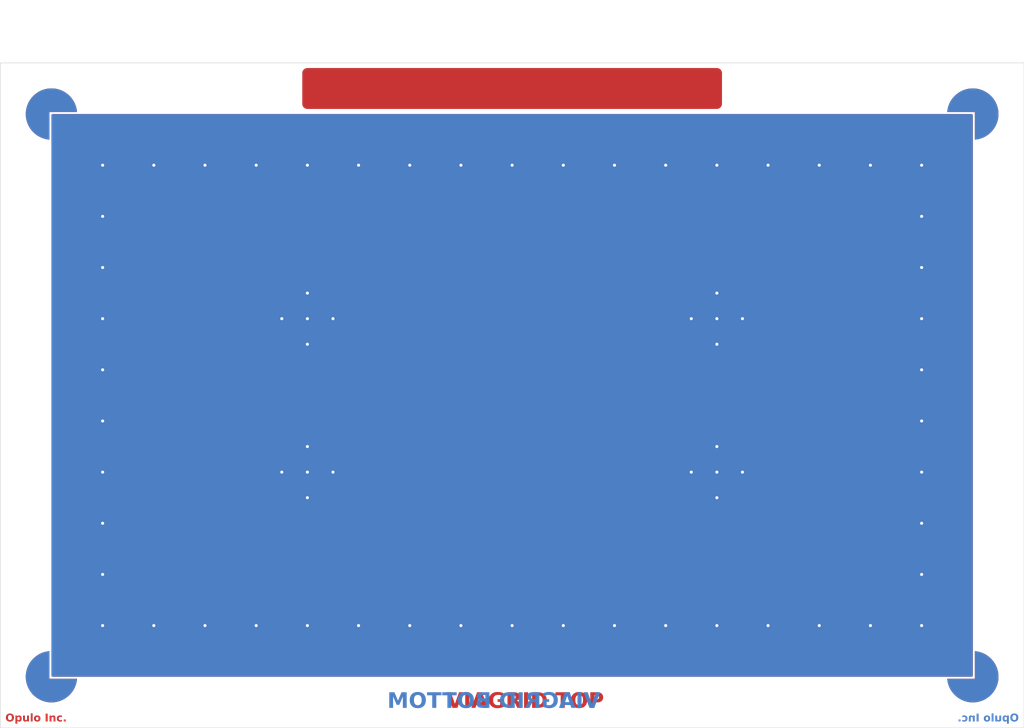
<source format=kicad_pcb>
(kicad_pcb
	(version 20241229)
	(generator "pcbnew")
	(generator_version "9.0")
	(general
		(thickness 1.6)
		(legacy_teardrops no)
	)
	(paper "A4")
	(layers
		(0 "F.Cu" signal)
		(4 "In1.Cu" signal)
		(6 "In2.Cu" signal)
		(2 "B.Cu" signal)
		(9 "F.Adhes" user "F.Adhesive")
		(11 "B.Adhes" user "B.Adhesive")
		(13 "F.Paste" user)
		(15 "B.Paste" user)
		(5 "F.SilkS" user "F.Silkscreen")
		(7 "B.SilkS" user "B.Silkscreen")
		(1 "F.Mask" user)
		(3 "B.Mask" user)
		(17 "Dwgs.User" user "User.Drawings")
		(19 "Cmts.User" user "User.Comments")
		(21 "Eco1.User" user "User.Eco1")
		(23 "Eco2.User" user "User.Eco2")
		(25 "Edge.Cuts" user)
		(27 "Margin" user)
		(31 "F.CrtYd" user "F.Courtyard")
		(29 "B.CrtYd" user "B.Courtyard")
		(35 "F.Fab" user)
		(33 "B.Fab" user)
		(39 "User.1" user)
		(41 "User.2" user)
		(43 "User.3" user)
		(45 "User.4" user)
	)
	(setup
		(stackup
			(layer "F.SilkS"
				(type "Top Silk Screen")
			)
			(layer "F.Paste"
				(type "Top Solder Paste")
			)
			(layer "F.Mask"
				(type "Top Solder Mask")
				(thickness 0.01)
			)
			(layer "F.Cu"
				(type "copper")
				(thickness 0.035)
			)
			(layer "dielectric 1"
				(type "prepreg")
				(thickness 0.1)
				(material "FR4")
				(epsilon_r 4.5)
				(loss_tangent 0.02)
			)
			(layer "In1.Cu"
				(type "copper")
				(thickness 0.035)
			)
			(layer "dielectric 2"
				(type "core")
				(thickness 1.24)
				(material "FR4")
				(epsilon_r 4.5)
				(loss_tangent 0.02)
			)
			(layer "In2.Cu"
				(type "copper")
				(thickness 0.035)
			)
			(layer "dielectric 3"
				(type "prepreg")
				(thickness 0.1)
				(material "FR4")
				(epsilon_r 4.5)
				(loss_tangent 0.02)
			)
			(layer "B.Cu"
				(type "copper")
				(thickness 0.035)
			)
			(layer "B.Mask"
				(type "Bottom Solder Mask")
				(thickness 0.01)
			)
			(layer "B.Paste"
				(type "Bottom Solder Paste")
			)
			(layer "B.SilkS"
				(type "Bottom Silk Screen")
			)
			(copper_finish "None")
			(dielectric_constraints no)
		)
		(pad_to_mask_clearance 0)
		(allow_soldermask_bridges_in_footprints no)
		(tenting front back)
		(pcbplotparams
			(layerselection 0x00000000_00000000_55555555_5755f5ff)
			(plot_on_all_layers_selection 0x00000000_00000000_00000000_00000000)
			(disableapertmacros no)
			(usegerberextensions no)
			(usegerberattributes yes)
			(usegerberadvancedattributes yes)
			(creategerberjobfile yes)
			(dashed_line_dash_ratio 12.000000)
			(dashed_line_gap_ratio 3.000000)
			(svgprecision 4)
			(plotframeref no)
			(mode 1)
			(useauxorigin no)
			(hpglpennumber 1)
			(hpglpenspeed 20)
			(hpglpendiameter 15.000000)
			(pdf_front_fp_property_popups yes)
			(pdf_back_fp_property_popups yes)
			(pdf_metadata yes)
			(pdf_single_document no)
			(dxfpolygonmode yes)
			(dxfimperialunits no)
			(dxfusepcbnewfont yes)
			(psnegative no)
			(psa4output no)
			(plot_black_and_white yes)
			(sketchpadsonfab no)
			(plotpadnumbers no)
			(hidednponfab no)
			(sketchdnponfab yes)
			(crossoutdnponfab yes)
			(subtractmaskfromsilk no)
			(outputformat 3)
			(mirror no)
			(drillshape 0)
			(scaleselection 1)
			(outputdirectory "out/lightburn-template-helpers/")
		)
	)
	(net 0 "")
	(net 1 "GND")
	(gr_poly
		(pts
			(xy 4.8 -57.500001) (xy 4.8 -60.2) (xy 7.5 -60.199996)
			(arc
				(start 7.5 -60.2)
				(mid 3.226585 -61.773415)
				(end 4.8 -57.5)
			)
		)
		(stroke
			(width 0)
			(type solid)
		)
		(fill yes)
		(layer "F.Cu")
		(uuid "5355e3dd-6dec-4c48-b42e-8bfce7721f71")
	)
	(gr_poly
		(pts
			(xy 7.5 -4.8) (xy 4.8 -4.8) (xy 4.800004 -7.5)
			(arc
				(start 4.800001 -7.5)
				(mid 3.226585 -3.226585)
				(end 7.5 -4.800001)
			)
		)
		(stroke
			(width 0)
			(type solid)
		)
		(fill yes)
		(layer "F.Cu")
		(uuid "90b7fe76-8101-4c65-b0c0-bc7cf9644b28")
	)
	(gr_poly
		(pts
			(xy 92.5 -60.2) (xy 95.2 -60.2) (xy 95.199996 -57.5)
			(arc
				(start 95.199999 -57.5)
				(mid 96.773415 -61.773415)
				(end 92.5 -60.199999)
			)
		)
		(stroke
			(width 0)
			(type solid)
		)
		(fill yes)
		(layer "F.Cu")
		(uuid "952a7a11-758f-4019-ab09-4f25f9c05269")
	)
	(gr_rect
		(start 30 -64)
		(end 70 -61)
		(stroke
			(width 1)
			(type solid)
		)
		(fill yes)
		(layer "F.Cu")
		(uuid "cc16f0ea-90a5-4a19-8f31-42fc52082d9a")
	)
	(gr_poly
		(pts
			(xy 95.2 -7.5) (xy 95.2 -4.8) (xy 92.5 -4.800004)
			(arc
				(start 92.5 -4.800001)
				(mid 96.773415 -3.226585)
				(end 95.199999 -7.5)
			)
		)
		(stroke
			(width 0)
			(type solid)
		)
		(fill yes)
		(layer "F.Cu")
		(uuid "d7a13153-26ee-4d8c-b931-c9321742dddc")
	)
	(gr_poly
		(pts
			(xy 92.500001 -60.2) (xy 95.2 -60.2) (xy 95.199997 -57.499999)
			(arc
				(start 95.199999 -57.499999)
				(mid 96.773415 -61.773415)
				(end 92.500001 -60.199998)
			)
		)
		(stroke
			(width 0)
			(type solid)
		)
		(fill yes)
		(layer "B.Cu")
		(uuid "4ffdbf15-a628-4f6f-8237-f4c5c1078e20")
	)
	(gr_poly
		(pts
			(xy 95.2 -7.499999) (xy 95.2 -4.8) (xy 92.499999 -4.800003)
			(arc
				(start 92.499999 -4.800001)
				(mid 96.773415 -3.226585)
				(end 95.199998 -7.499999)
			)
		)
		(stroke
			(width 0)
			(type solid)
		)
		(fill yes)
		(layer "B.Cu")
		(uuid "74944009-9d04-40b6-8edc-b99b20887d02")
	)
	(gr_poly
		(pts
			(xy 4.8 -57.500001) (xy 4.8 -60.2) (xy 7.5 -60.199996)
			(arc
				(start 7.5 -60.2)
				(mid 3.226585 -61.773415)
				(end 4.8 -57.5)
			)
		)
		(stroke
			(width 0)
			(type solid)
		)
		(fill yes)
		(layer "B.Cu")
		(uuid "768eeee4-6ec9-4c58-89a1-1071c4102141")
	)
	(gr_poly
		(pts
			(xy 7.5 -4.8) (xy 4.8 -4.8) (xy 4.800004 -7.5)
			(arc
				(start 4.800001 -7.5)
				(mid 3.226585 -3.226585)
				(end 7.5 -4.800001)
			)
		)
		(stroke
			(width 0)
			(type solid)
		)
		(fill yes)
		(layer "B.Cu")
		(uuid "ca1c00da-8d89-4d50-8f67-98cbf682b997")
	)
	(gr_rect
		(start 0 -65)
		(end 100 0)
		(stroke
			(width 0.05)
			(type default)
		)
		(fill no)
		(layer "Edge.Cuts")
		(uuid "5b95af0e-1f3a-402d-b822-c10a6e4a88c8")
	)
	(gr_circle
		(center 30 -40)
		(end 30 -39.85)
		(stroke
			(width 0.1)
			(type solid)
		)
		(fill yes)
		(layer "User.1")
		(uuid "04317cef-467f-443a-af53-453cce07bf76")
	)
	(gr_circle
		(center 40 -55)
		(end 40 -54.85)
		(stroke
			(width 0.1)
			(type solid)
		)
		(fill yes)
		(layer "User.1")
		(uuid "044a5b11-0ca0-4601-925b-927f535e30d0")
	)
	(gr_circle
		(center 50 -10)
		(end 50 -9.85)
		(stroke
			(width 0.1)
			(type solid)
		)
		(fill yes)
		(layer "User.1")
		(uuid "063ab35b-d972-4c54-89c8-4a8e90166371")
	)
	(gr_circle
		(center 25 -10)
		(end 25 -9.85)
		(stroke
			(width 0.1)
			(type solid)
		)
		(fill yes)
		(layer "User.1")
		(uuid "07298827-0108-48e0-9fc8-9bfb65b1e36a")
	)
	(gr_circle
		(center 70 -37.5)
		(end 70 -37.35)
		(stroke
			(width 0.1)
			(type solid)
		)
		(fill yes)
		(layer "User.1")
		(uuid "07bc5975-0115-43b6-9e1f-c59d82b88388")
	)
	(gr_circle
		(center 25 -55)
		(end 25 -54.85)
		(stroke
			(width 0.1)
			(type solid)
		)
		(fill yes)
		(layer "User.1")
		(uuid "07e3c697-0f54-4d03-8f3d-88676d782765")
	)
	(gr_circle
		(center 55 -10)
		(end 55.75 -10)
		(stroke
			(width 0.1)
			(type default)
		)
		(fill no)
		(layer "User.1")
		(uuid "0d8b0f09-e783-43bf-8300-a81d9e93d762")
	)
	(gr_circle
		(center 70 -27.5)
		(end 70.75 -27.5)
		(stroke
			(width 0.1)
			(type default)
		)
		(fill no)
		(layer "User.1")
		(uuid "0ec13f4f-05a4-4b2a-9883-b13f46180961")
	)
	(gr_circle
		(center 85 -55)
		(end 85.75 -55)
		(stroke
			(width 0.1)
			(type default)
		)
		(fill no)
		(layer "User.1")
		(uuid "0fdb5996-e74d-4df1-9dfc-2c265258a1fa")
	)
	(gr_circle
		(center 60 -55)
		(end 60.75 -55)
		(stroke
			(width 0.1)
			(type default)
		)
		(fill no)
		(layer "User.1")
		(uuid "101cd11c-d384-46d9-a34c-9c8ed26df852")
	)
	(gr_circle
		(center 90 -30.000001)
		(end 90.15 -30.000001)
		(stroke
			(width 0.1)
			(type solid)
		)
		(fill yes)
		(layer "User.1")
		(uuid "149690e9-a54a-4397-b6f0-93e503764dd7")
	)
	(gr_circle
		(center 90 -30.000001)
		(end 90 -30.75)
		(stroke
			(width 0.1)
			(type default)
		)
		(fill no)
		(layer "User.1")
		(uuid "15f7dca3-ff63-4ff4-bb6d-5b8ba8467625")
	)
	(gr_circle
		(center 75 -55)
		(end 75.75 -55)
		(stroke
			(width 0.1)
			(type default)
		)
		(fill no)
		(layer "User.1")
		(uuid "168a5654-a320-4b6b-a8c9-f28da9275358")
	)
	(gr_circle
		(center 80 -10)
		(end 80 -9.85)
		(stroke
			(width 0.1)
			(type solid)
		)
		(fill yes)
		(layer "User.1")
		(uuid "17db0c8b-ea21-4196-b3e2-3436be351f98")
	)
	(gr_circle
		(center 70 -55)
		(end 70 -54.85)
		(stroke
			(width 0.1)
			(type solid)
		)
		(fill yes)
		(layer "User.1")
		(uuid "1969a6cb-7106-40cb-9e31-85251aecf500")
	)
	(gr_circle
		(center 72.5 -40)
		(end 72.5 -39.85)
		(stroke
			(width 0.1)
			(type solid)
		)
		(fill yes)
		(layer "User.1")
		(uuid "1dc77d60-f0d1-476b-814b-9d2180d7c8eb")
	)
	(gr_circle
		(center 30 -25)
		(end 30 -24.85)
		(stroke
			(width 0.1)
			(type solid)
		)
		(fill yes)
		(layer "User.1")
		(uuid "1f594d0d-8edf-4f76-b0a7-ccd1b4e38871")
	)
	(gr_circle
		(center 90 -55)
		(end 90 -54.85)
		(stroke
			(width 0.1)
			(type solid)
		)
		(fill yes)
		(layer "User.1")
		(uuid "2442221d-204b-4003-a82b-a00e3fc56c1f")
	)
	(gr_circle
		(center 27.5 -40)
		(end 28.25 -40)
		(stroke
			(width 0.1)
			(type default)
		)
		(fill no)
		(layer "User.1")
		(uuid "24b98655-9dec-4c5b-b985-4c0931f0d083")
	)
	(gr_circle
		(center 30 -22.5)
		(end 30 -22.35)
		(stroke
			(width 0.1)
			(type solid)
		)
		(fill yes)
		(layer "User.1")
		(uuid "254bec29-2092-4b79-80c2-6855a8f5f315")
	)
	(gr_circle
		(center 67.5 -25)
		(end 68.25 -25)
		(stroke
			(width 0.1)
			(type default)
		)
		(fill no)
		(layer "User.1")
		(uuid "26b3eb2c-f024-4d51-8c58-afb58e0f2b94")
	)
	(gr_circle
		(center 32.5 -40)
		(end 33.25 -40)
		(stroke
			(width 0.1)
			(type default)
		)
		(fill no)
		(layer "User.1")
		(uuid "27e3201c-e45c-43af-853d-3b044035836a")
	)
	(gr_circle
		(center 9.999999 -35)
		(end 10.149999 -35)
		(stroke
			(width 0.1)
			(type solid)
		)
		(fill yes)
		(layer "User.1")
		(uuid "28a76126-513c-476f-8034-0fe5cb2de2e8")
	)
	(gr_circle
		(center 90 -45)
		(end 90 -45.75)
		(stroke
			(width 0.1)
			(type default)
		)
		(fill no)
		(layer "User.1")
		(uuid "28f6e74e-f3d5-4390-9486-b0832d3257c3")
	)
	(gr_circle
		(center 90 -40)
		(end 90.15 -40)
		(stroke
			(width 0.1)
			(type solid)
		)
		(fill yes)
		(layer "User.1")
		(uuid "2907df4f-cf29-48aa-b54b-5458bccfd46e")
	)
	(gr_circle
		(center 35 -55)
		(end 35 -54.85)
		(stroke
			(width 0.1)
			(type solid)
		)
		(fill yes)
		(layer "User.1")
		(uuid "2b15212e-92a5-4a44-9d9d-21c69f45f22f")
	)
	(gr_circle
		(center 70 -42.5)
		(end 70.75 -42.5)
		(stroke
			(width 0.1)
			(type default)
		)
		(fill no)
		(layer "User.1")
		(uuid "2e930931-87e8-4b1d-afb3-675f024241b7")
	)
	(gr_circle
		(center 10 -15)
		(end 10.15 -15)
		(stroke
			(width 0.1)
			(type solid)
		)
		(fill yes)
		(layer "User.1")
		(uuid "31eca847-fee9-489b-a360-d3968da0588b")
	)
	(gr_circle
		(center 85 -55)
		(end 85 -54.85)
		(stroke
			(width 0.1)
			(type solid)
		)
		(fill yes)
		(layer "User.1")
		(uuid "34d4b54a-77f7-4891-a80a-1dbf81de3c53")
	)
	(gr_circle
		(center 10 -40)
		(end 10 -40.75)
		(stroke
			(width 0.1)
			(type default)
		)
		(fill no)
		(layer "User.1")
		(uuid "35089b9b-e975-4aa9-a70f-94c635ebeddc")
	)
	(gr_circle
		(center 10 -25)
		(end 10 -25.75)
		(stroke
			(width 0.1)
			(type default)
		)
		(fill no)
		(layer "User.1")
		(uuid "3665a417-c1d3-423b-ad3d-fa0a4761f138")
	)
	(gr_circle
		(center 90 -20)
		(end 90 -20.75)
		(stroke
			(width 0.1)
			(type default)
		)
		(fill no)
		(layer "User.1")
		(uuid "37948f93-f2b1-4760-8149-c3e2ba572976")
	)
	(gr_circle
		(center 70 -37.5)
		(end 70.75 -37.5)
		(stroke
			(width 0.1)
			(type default)
		)
		(fill no)
		(layer "User.1")
		(uuid "3a30b7e6-c7d3-4efe-90d5-4cf6e16fbce4")
	)
	(gr_circle
		(center 55 -10)
		(end 55 -9.85)
		(stroke
			(width 0.1)
			(type solid)
		)
		(fill yes)
		(layer "User.1")
		(uuid "3a766dc6-44cc-4b42-a641-e0b34f5fd72c")
	)
	(gr_circle
		(center 70 -25)
		(end 70 -24.85)
		(stroke
			(width 0.1)
			(type solid)
		)
		(fill yes)
		(layer "User.1")
		(uuid "3da18465-4658-4852-83ed-2c700854de32")
	)
	(gr_circle
		(center 67.5 -40)
		(end 67.5 -39.85)
		(stroke
			(width 0.1)
			(type solid)
		)
		(fill yes)
		(layer "User.1")
		(uuid "3e2e8645-f4aa-461d-ab4d-8d4798a8a589")
	)
	(gr_circle
		(center 30 -42.5)
		(end 30.75 -42.5)
		(stroke
			(width 0.1)
			(type default)
		)
		(fill no)
		(layer "User.1")
		(uuid "3e76221a-e890-4fd1-8fac-73f7dc4d2b12")
	)
	(gr_circle
		(center 30 -37.5)
		(end 30.75 -37.5)
		(stroke
			(width 0.1)
			(type default)
		)
		(fill no)
		(layer "User.1")
		(uuid "405efe00-8823-4d79-bd6d-8b18f47b8639")
	)
	(gr_circle
		(center 80 -10)
		(end 80.75 -10)
		(stroke
			(width 0.1)
			(type default)
		)
		(fill no)
		(layer "User.1")
		(uuid "40bab596-a05c-45fd-b6b6-cefcabeea743")
	)
	(gr_circle
		(center 75 -55)
		(end 75 -54.85)
		(stroke
			(width 0.1)
			(type solid)
		)
		(fill yes)
		(layer "User.1")
		(uuid "4469642f-db39-453c-bc35-65da86013893")
	)
	(gr_circle
		(center 10 -30.000001)
		(end 10 -30.75)
		(stroke
			(width 0.1)
			(type default)
		)
		(fill no)
		(layer "User.1")
		(uuid "44fa8fca-401d-46c4-8f89-d0caffceef7d")
	)
	(gr_circle
		(center 10 -10)
		(end 10.15 -10)
		(stroke
			(width 0.1)
			(type solid)
		)
		(fill yes)
		(layer "User.1")
		(uuid "45e5cddf-75ac-487b-97f6-46decfdeeac0")
	)
	(gr_circle
		(center 32.5 -25)
		(end 33.25 -25)
		(stroke
			(width 0.1)
			(type default)
		)
		(fill no)
		(layer "User.1")
		(uuid "48d82ac4-76a8-4f2f-8b59-94f195a7db79")
	)
	(gr_circle
		(center 60 -10)
		(end 60 -9.85)
		(stroke
			(width 0.1)
			(type solid)
		)
		(fill yes)
		(layer "User.1")
		(uuid "4aa816e5-15bc-4ae5-b0d3-518f1c00055e")
	)
	(gr_circle
		(center 32.5 -40)
		(end 32.5 -39.85)
		(stroke
			(width 0.1)
			(type solid)
		)
		(fill yes)
		(layer "User.1")
		(uuid "51c9d619-01d1-40fb-8b2f-de1aa0dcc372")
	)
	(gr_circle
		(center 40 -10)
		(end 40 -9.85)
		(stroke
			(width 0.1)
			(type solid)
		)
		(fill yes)
		(layer "User.1")
		(uuid "579751db-dfe3-411e-ac1e-a9ed6d954965")
	)
	(gr_circle
		(center 45 -55)
		(end 45 -54.85)
		(stroke
			(width 0.1)
			(type solid)
		)
		(fill yes)
		(layer "User.1")
		(uuid "57ca1b6b-5cdf-47a6-9a0b-6753db5ea9ee")
	)
	(gr_circle
		(center 30 -27.5)
		(end 30.75 -27.5)
		(stroke
			(width 0.1)
			(type default)
		)
		(fill no)
		(layer "User.1")
		(uuid "5a7111eb-c3b9-4319-aee2-b6b94a4d7d8f")
	)
	(gr_circle
		(center 30 -22.5)
		(end 30.75 -22.5)
		(stroke
			(width 0.1)
			(type default)
		)
		(fill no)
		(layer "User.1")
		(uuid "5bd3d456-9481-432c-8262-5fd83b879683")
	)
	(gr_circle
		(center 67.5 -40)
		(end 68.25 -40)
		(stroke
			(width 0.1)
			(type default)
		)
		(fill no)
		(layer "User.1")
		(uuid "5ee70c4f-0bea-48d4-99dc-aa501eebdaa8")
	)
	(gr_circle
		(center 90 -15)
		(end 90 -15.75)
		(stroke
			(width 0.1)
			(type default)
		)
		(fill no)
		(layer "User.1")
		(uuid "5f343f8f-8ca4-4b6b-9e7e-3b196e55ba73")
	)
	(gr_circle
		(center 90 -55)
		(end 90.75 -55)
		(stroke
			(width 0.1)
			(type default)
		)
		(fill no)
		(layer "User.1")
		(uuid "61ceb8f1-de0a-45e0-8783-98aae6d91abf")
	)
	(gr_circle
		(center 90 -20)
		(end 90.15 -20)
		(stroke
			(width 0.1)
			(type solid)
		)
		(fill yes)
		(layer "User.1")
		(uuid "64f910c6-db96-4dc2-bc4b-3f6fc926d85e")
	)
	(gr_circle
		(center 70 -40)
		(end 70 -39.85)
		(stroke
			(width 0.1)
			(type solid)
		)
		(fill yes)
		(layer "User.1")
		(uuid "65c8f84e-6cb5-48bb-8ac0-494b15b4751f")
	)
	(gr_circle
		(center 15 -10)
		(end 15 -9.85)
		(stroke
			(width 0.1)
			(type solid)
		)
		(fill yes)
		(layer "User.1")
		(uuid "674c5b06-6293-4910-a822-c87a79f8236b")
	)
	(gr_circle
		(center 55 -55)
		(end 55 -54.85)
		(stroke
			(width 0.1)
			(type solid)
		)
		(fill yes)
		(layer "User.1")
		(uuid "69e2fb85-53e8-4f97-83f5-a634402d2b50")
	)
	(gr_circle
		(center 70 -25)
		(end 70.75 -25)
		(stroke
			(width 0.1)
			(type default)
		)
		(fill no)
		(layer "User.1")
		(uuid "6aa71d9e-a8ef-445a-8d27-2bafa6dff2df")
	)
	(gr_circle
		(center 90 -40)
		(end 90 -40.75)
		(stroke
			(width 0.1)
			(type default)
		)
		(fill no)
		(layer "User.1")
		(uuid "6c0a2c15-b6b4-4241-8e72-2ca57701b0a8")
	)
	(gr_circle
		(center 60 -10)
		(end 60.75 -10)
		(stroke
			(width 0.1)
			(type default)
		)
		(fill no)
		(layer "User.1")
		(uuid "6c0db5c2-9c0f-486c-8216-ba4172bbe1d3")
	)
	(gr_circle
		(center 30 -10)
		(end 30.75 -10)
		(stroke
			(width 0.1)
			(type default)
		)
		(fill no)
		(layer "User.1")
		(uuid "6caea55c-9921-4f63-a723-33e8d1c04a9d")
	)
	(gr_circle
		(center 70 -10)
		(end 70.75 -10)
		(stroke
			(width 0.1)
			(type default)
		)
		(fill no)
		(layer "User.1")
		(uuid "6e1aa1e5-bbfc-4261-92cc-12d890d6bd4f")
	)
	(gr_circle
		(center 90 -15)
		(end 90.15 -15)
		(stroke
			(width 0.1)
			(type solid)
		)
		(fill yes)
		(layer "User.1")
		(uuid "730dc6c2-1a5c-46b4-99c9-a7a825f721c3")
	)
	(gr_circle
		(center 70 -22.5)
		(end 70 -22.35)
		(stroke
			(width 0.1)
			(type solid)
		)
		(fill yes)
		(layer "User.1")
		(uuid "739128d1-69a5-430b-bd0c-e279265c59b7")
	)
	(gr_circle
		(center 25 -55)
		(end 25.75 -55)
		(stroke
			(width 0.1)
			(type default)
		)
		(fill no)
		(layer "User.1")
		(uuid "78350820-06c4-43bb-bd5e-7f8a516bca9b")
	)
	(gr_circle
		(center 30 -10)
		(end 30 -9.85)
		(stroke
			(width 0.1)
			(type solid)
		)
		(fill yes)
		(layer "User.1")
		(uuid "7991230e-9a9c-4926-9034-632ede31a797")
	)
	(gr_circle
		(center 45 -10)
		(end 45.75 -10)
		(stroke
			(width 0.1)
			(type default)
		)
		(fill no)
		(layer "User.1")
		(uuid "7b3b4dbe-4002-4552-b5db-b10335c0330d")
	)
	(gr_circle
		(center 15 -55)
		(end 15.75 -55)
		(stroke
			(width 0.1)
			(type default)
		)
		(fill no)
		(layer "User.1")
		(uuid "7c4404ac-9300-4ab4-b3df-a5b5c2cb99dc")
	)
	(gr_circle
		(center 65 -10)
		(end 65 -9.85)
		(stroke
			(width 0.1)
			(type solid)
		)
		(fill yes)
		(layer "User.1")
		(uuid "7ee06f96-d39c-4c8f-b2bc-b2da7aee3a5c")
	)
	(gr_circle
		(center 15 -55)
		(end 15 -54.85)
		(stroke
			(width 0.1)
			(type solid)
		)
		(fill yes)
		(layer "User.1")
		(uuid "809841de-040b-4bd7-8f53-f28cff499e8a")
	)
	(gr_circle
		(center 45 -10)
		(end 45 -9.85)
		(stroke
			(width 0.1)
			(type solid)
		)
		(fill yes)
		(layer "User.1")
		(uuid "81d4149b-ae2b-48f2-b2ab-26eaa6f37096")
	)
	(gr_circle
		(center 10 -25)
		(end 10.15 -25)
		(stroke
			(width 0.1)
			(type solid)
		)
		(fill yes)
		(layer "User.1")
		(uuid "83800912-8173-4983-8445-588f0ca63e55")
	)
	(gr_circle
		(center 10 -55)
		(end 10.75 -55)
		(stroke
			(width 0.1)
			(type default)
		)
		(fill no)
		(layer "User.1")
		(uuid "8609ceab-171d-4e56-8ce0-f05ce75ad41c")
	)
	(gr_circle
		(center 72.5 -25)
		(end 72.5 -24.85)
		(stroke
			(width 0.1)
			(type solid)
		)
		(fill yes)
		(layer "User.1")
		(uuid "87aec8bc-d63c-42b8-b916-70613f3a56aa")
	)
	(gr_circle
		(center 20 -10)
		(end 20 -9.85)
		(stroke
			(width 0.1)
			(type solid)
		)
		(fill yes)
		(layer "User.1")
		(uuid "884e6dac-89e9-407a-957b-21217b717244")
	)
	(gr_circle
		(center 85 -10)
		(end 85 -9.85)
		(stroke
			(width 0.1)
			(type solid)
		)
		(fill yes)
		(layer "User.1")
		(uuid "89f62124-4344-4ec0-9ad6-3899b639a8b2")
	)
	(gr_circle
		(center 30 -27.5)
		(end 30 -27.35)
		(stroke
			(width 0.1)
			(type solid)
		)
		(fill yes)
		(layer "User.1")
		(uuid "8bdc28de-a1d0-4da0-818c-b4e9953263d6")
	)
	(gr_circle
		(center 70 -55)
		(end 70.75 -55)
		(stroke
			(width 0.1)
			(type default)
		)
		(fill no)
		(layer "User.1")
		(uuid "8c38a7b1-94cd-4ee0-b73e-17e5076018f0")
	)
	(gr_circle
		(center 89.999999 -35)
		(end 90 -35.750001)
		(stroke
			(width 0.1)
			(type default)
		)
		(fill no)
		(layer "User.1")
		(uuid "8c6552af-b126-4aff-bb24-20f40af091eb")
	)
	(gr_circle
		(center 80 -55)
		(end 80 -54.85)
		(stroke
			(width 0.1)
			(type solid)
		)
		(fill yes)
		(layer "User.1")
		(uuid "8d68fa15-d739-4abc-95f1-67f76c621801")
	)
	(gr_circle
		(center 40 -55)
		(end 40.75 -55)
		(stroke
			(width 0.1)
			(type default)
		)
		(fill no)
		(layer "User.1")
		(uuid "8ee91e0d-2a2a-44b1-9c0f-c02db710d560")
	)
	(gr_circle
		(center 30 -25)
		(end 30.75 -25)
		(stroke
			(width 0.1)
			(type default)
		)
		(fill no)
		(layer "User.1")
		(uuid "9327886e-e987-455c-8cc7-ffbcfe8308a0")
	)
	(gr_circle
		(center 35 -10)
		(end 35 -9.85)
		(stroke
			(width 0.1)
			(type solid)
		)
		(fill yes)
		(layer "User.1")
		(uuid "9338bb8b-6a52-453a-9d8e-2685904786be")
	)
	(gr_circle
		(center 10 -50)
		(end 10 -50.75)
		(stroke
			(width 0.1)
			(type default)
		)
		(fill no)
		(layer "User.1")
		(uuid "9378d7db-d3e0-4fca-a40f-02563ee756fd")
	)
	(gr_circle
		(center 70 -27.5)
		(end 70 -27.35)
		(stroke
			(width 0.1)
			(type solid)
		)
		(fill yes)
		(layer "User.1")
		(uuid "96d8b04e-53d2-452b-acc6-0133e5eed737")
	)
	(gr_circle
		(center 25 -10)
		(end 25.75 -10)
		(stroke
			(width 0.1)
			(type default)
		)
		(fill no)
		(layer "User.1")
		(uuid "992fdb9c-40e5-4db7-ba2d-1f2b0f6fa728")
	)
	(gr_circle
		(center 89.999999 -35)
		(end 90.149999 -35)
		(stroke
			(width 0.1)
			(type solid)
		)
		(fill yes)
		(layer "User.1")
		(uuid "9a363edb-48ab-4006-ae49-f996b6c43fa3")
	)
	(gr_circle
		(center 72.5 -40)
		(end 73.25 -40)
		(stroke
			(width 0.1)
			(type default)
		)
		(fill no)
		(layer "User.1")
		(uuid "9b34bc48-238b-4e15-b75c-b3d5d5d53a9c")
	)
	(gr_circle
		(center 90 -50)
		(end 90 -50.75)
		(stroke
			(width 0.1)
			(type default)
		)
		(fill no)
		(layer "User.1")
		(uuid "9f1057d7-fce6-4bf6-ba3d-7ef868ea6eb2")
	)
	(gr_circle
		(center 50 -55)
		(end 50 -54.85)
		(stroke
			(width 0.1)
			(type solid)
		)
		(fill yes)
		(layer "User.1")
		(uuid "a03c1c17-d84e-48e3-85d3-6479f02c04cd")
	)
	(gr_circle
		(center 90 -25)
		(end 90 -25.75)
		(stroke
			(width 0.1)
			(type default)
		)
		(fill no)
		(layer "User.1")
		(uuid "a193cda7-2432-4ebd-8a22-cb8c96618bf0")
	)
	(gr_circle
		(center 10 -15)
		(end 10 -15.75)
		(stroke
			(width 0.1)
			(type default)
		)
		(fill no)
		(layer "User.1")
		(uuid "a2fcef1e-d17b-4eb3-8392-7f8a1caf27ba")
	)
	(gr_circle
		(center 20 -55)
		(end 20 -54.85)
		(stroke
			(width 0.1)
			(type solid)
		)
		(fill yes)
		(layer "User.1")
		(uuid "a3761b90-3a9f-4e95-a072-c38011d1f1f7")
	)
	(gr_circle
		(center 65 -10)
		(end 65.75 -10)
		(stroke
			(width 0.1)
			(type default)
		)
		(fill no)
		(layer "User.1")
		(uuid "a7869321-98c4-418d-b495-23857c31ee8a")
	)
	(gr_rect
		(start 5 -60)
		(end 95 -5)
		(stroke
			(width 0.1)
			(type default)
		)
		(fill no)
		(layer "User.1")
		(uuid "a8c6c00a-23b3-49fa-a4d9-85a58f440cf8")
	)
	(gr_circle
		(center 32.5 -25)
		(end 32.5 -24.85)
		(stroke
			(width 0.1)
			(type solid)
		)
		(fill yes)
		(layer "User.1")
		(uuid "aa7d89cd-1a55-47bf-8c28-b8ce44d90cae")
	)
	(gr_circle
		(center 75 -10)
		(end 75.75 -10)
		(stroke
			(width 0.1)
			(type default)
		)
		(fill no)
		(layer "User.1")
		(uuid "abeff351-78b3-4dc7-869e-740113b0dcb1")
	)
	(gr_circle
		(center 90 -25)
		(end 90.15 -25)
		(stroke
			(width 0.1)
			(type solid)
		)
		(fill yes)
		(layer "User.1")
		(uuid "b2ce7474-387b-4857-808a-a96a72a279ad")
	)
	(gr_circle
		(center 30 -55)
		(end 30.75 -55)
		(stroke
			(width 0.1)
			(type default)
		)
		(fill no)
		(layer "User.1")
		(uuid "b535741c-202b-4d01-bedb-9a4eb021648f")
	)
	(gr_circle
		(center 70 -40)
		(end 70.75 -40)
		(stroke
			(width 0.1)
			(type default)
		)
		(fill no)
		(layer "User.1")
		(uuid "b6a3073d-eaad-4562-9584-a4891866b96c")
	)
	(gr_circle
		(center 50 -10)
		(end 50.75 -10)
		(stroke
			(width 0.1)
			(type default)
		)
		(fill no)
		(layer "User.1")
		(uuid "bc8a3e36-b48d-4abd-b6f9-7b2de46e9d95")
	)
	(gr_circle
		(center 9.999999 -35)
		(end 10 -35.750001)
		(stroke
			(width 0.1)
			(type default)
		)
		(fill no)
		(layer "User.1")
		(uuid "bdb9200d-cf41-4723-bc2c-11c2067a117d")
	)
	(gr_circle
		(center 10 -10)
		(end 10 -10.75)
		(stroke
			(width 0.1)
			(type default)
		)
		(fill no)
		(layer "User.1")
		(uuid "be8ae4db-d02f-4868-a825-5bcda6e9cc68")
	)
	(gr_circle
		(center 55 -55)
		(end 55.75 -55)
		(stroke
			(width 0.1)
			(type default)
		)
		(fill no)
		(layer "User.1")
		(uuid "c0efa6ec-f046-4bfc-b657-218e90cf7577")
	)
	(gr_circle
		(center 50 -55)
		(end 50.75 -55)
		(stroke
			(width 0.1)
			(type default)
		)
		(fill no)
		(layer "User.1")
		(uuid "c11f09a0-290f-43c0-a074-94baafc5dd46")
	)
	(gr_circle
		(center 45 -55)
		(end 45.75 -55)
		(stroke
			(width 0.1)
			(type default)
		)
		(fill no)
		(layer "User.1")
		(uuid "c3cccbbc-fadd-44b2-a5e9-b64450e86c54")
	)
	(gr_circle
		(center 10 -55)
		(end 10 -54.85)
		(stroke
			(width 0.1)
			(type solid)
		)
		(fill yes)
		(layer "User.1")
		(uuid "c42291c0-6849-439a-bf64-51c0554b2f35")
	)
	(gr_circle
		(center 10 -50)
		(end 10.15 -50)
		(stroke
			(width 0.1)
			(type solid)
		)
		(fill yes)
		(layer "User.1")
		(uuid "c5064c04-cbe0-4bce-ac54-cad7305af2a6")
	)
	(gr_circle
		(center 10 -40)
		(end 10.15 -40)
		(stroke
			(width 0.1)
			(type solid)
		)
		(fill yes)
		(layer "User.1")
		(uuid "c644703c-f565-4105-9e96-68bf0cb1e333")
	)
	(gr_circle
		(center 67.5 -25)
		(end 67.5 -24.85)
		(stroke
			(width 0.1)
			(type solid)
		)
		(fill yes)
		(layer "User.1")
		(uuid "cb9c6893-5202-4fa6-a399-70268f5ca9d7")
	)
	(gr_circle
		(center 70 -10)
		(end 70 -9.85)
		(stroke
			(width 0.1)
			(type solid)
		)
		(fill yes)
		(layer "User.1")
		(uuid "cbcdf8d9-6614-4a91-8b77-aad965afcb39")
	)
	(gr_circle
		(center 65 -55)
		(end 65.75 -55)
		(stroke
			(width 0.1)
			(type default)
		)
		(fill no)
		(layer "User.1")
		(uuid "ccd1bd82-ef83-461b-8f9d-a47b90a69253")
	)
	(gr_circle
		(center 70 -42.5)
		(end 70 -42.35)
		(stroke
			(width 0.1)
			(type solid)
		)
		(fill yes)
		(layer "User.1")
		(uuid "cec8c6e6-ccbd-4b72-b65e-2bd786d2d6d2")
	)
	(gr_circle
		(center 90 -10)
		(end 90 -10.75)
		(stroke
			(width 0.1)
			(type default)
		)
		(fill no)
		(layer "User.1")
		(uuid "ced099fd-d510-46cf-955c-c33c300af847")
	)
	(gr_circle
		(center 70 -22.5)
		(end 70.75 -22.5)
		(stroke
			(width 0.1)
			(type default)
		)
		(fill no)
		(layer "User.1")
		(uuid "d0b5891d-32f3-40e2-a9a6-18a1f986e978")
	)
	(gr_circle
		(center 27.5 -40)
		(end 27.5 -39.85)
		(stroke
			(width 0.1)
			(type solid)
		)
		(fill yes)
		(layer "User.1")
		(uuid "d3621d9d-4d0f-4424-a8ad-369bebf1d642")
	)
	(gr_circle
		(center 27.5 -25)
		(end 27.5 -24.85)
		(stroke
			(width 0.1)
			(type solid)
		)
		(fill yes)
		(layer "User.1")
		(uuid "d5b3fa5c-ba7b-4843-a7ab-6ea4312d7925")
	)
	(gr_circle
		(center 27.5 -25)
		(end 28.25 -25)
		(stroke
			(width 0.1)
			(type default)
		)
		(fill no)
		(layer "User.1")
		(uuid "d725fb66-45ab-4253-82b3-fb2696eec5d5")
	)
	(gr_circle
		(center 60 -55)
		(end 60 -54.85)
		(stroke
			(width 0.1)
			(type solid)
		)
		(fill yes)
		(layer "User.1")
		(uuid "d9f99a89-39e6-4cd3-8b1b-d3f658f584ac")
	)
	(gr_circle
		(center 90 -45)
		(end 90.15 -45)
		(stroke
			(width 0.1)
			(type solid)
		)
		(fill yes)
		(layer "User.1")
		(uuid "daac2584-acab-4936-9337-71bce7764dc1")
	)
	(gr_circle
		(center 30 -37.5)
		(end 30 -37.35)
		(stroke
			(width 0.1)
			(type solid)
		)
		(fill yes)
		(layer "User.1")
		(uuid "dad5d948-688e-47a2-b752-4268a283b0cf")
	)
	(gr_circle
		(center 20 -55)
		(end 20.75 -55)
		(stroke
			(width 0.1)
			(type default)
		)
		(fill no)
		(layer "User.1")
		(uuid "dd6bf3a8-f5d4-4846-8012-a35b7d8ed910")
	)
	(gr_circle
		(center 35 -55)
		(end 35.75 -55)
		(stroke
			(width 0.1)
			(type default)
		)
		(fill no)
		(layer "User.1")
		(uuid "e1fb1afb-36aa-478c-8feb-d03f89529b25")
	)
	(gr_circle
		(center 72.5 -25)
		(end 73.25 -25)
		(stroke
			(width 0.1)
			(type default)
		)
		(fill no)
		(layer "User.1")
		(uuid "e286797e-4572-4638-928c-efbf956c58e6")
	)
	(gr_circle
		(center 10 -45)
		(end 10.15 -45)
		(stroke
			(width 0.1)
			(type solid)
		)
		(fill yes)
		(layer "User.1")
		(uuid "e2f75a08-e913-4fd9-8fd8-e39605f7b36f")
	)
	(gr_circle
		(center 10 -45)
		(end 10 -45.75)
		(stroke
			(width 0.1)
			(type default)
		)
		(fill no)
		(layer "User.1")
		(uuid "e3035b38-4a50-4506-b55d-25ac6391e9cc")
	)
	(gr_circle
		(center 80 -55)
		(end 80.75 -55)
		(stroke
			(width 0.1)
			(type default)
		)
		(fill no)
		(layer "User.1")
		(uuid "e541c04f-204f-4647-9e78-23583b520a18")
	)
	(gr_circle
		(center 65 -55)
		(end 65 -54.85)
		(stroke
			(width 0.1)
			(type solid)
		)
		(fill yes)
		(layer "User.1")
		(uuid "e5e13ca0-2405-48de-8662-b3ac2d8f6b6e")
	)
	(gr_circle
		(center 30 -40)
		(end 30.75 -40)
		(stroke
			(width 0.1)
			(type default)
		)
		(fill no)
		(layer "User.1")
		(uuid "e7e9e5c9-0b4a-4d10-ba6e-99e54805e774")
	)
	(gr_circle
		(center 40 -10)
		(end 40.75 -10)
		(stroke
			(width 0.1)
			(type default)
		)
		(fill no)
		(layer "User.1")
		(uuid "ec14ae88-428c-47ea-b37d-17945b30ea9a")
	)
	(gr_circle
		(center 35 -10)
		(end 35.75 -10)
		(stroke
			(width 0.1)
			(type default)
		)
		(fill no)
		(layer "User.1")
		(uuid "ed726fed-0e3c-48d9-86e8-e264b918a37a")
	)
	(gr_circle
		(center 10 -20)
		(end 10.15 -20)
		(stroke
			(width 0.1)
			(type solid)
		)
		(fill yes)
		(layer "User.1")
		(uuid "efe56147-9854-4572-abb5-509611732e8c")
	)
	(gr_circle
		(center 10 -20)
		(end 10 -20.75)
		(stroke
			(width 0.1)
			(type default)
		)
		(fill no)
		(layer "User.1")
		(uuid "f0403b05-7274-4a48-84f6-efd28752042c")
	)
	(gr_circle
		(center 20 -10)
		(end 20.75 -10)
		(stroke
			(width 0.1)
			(type default)
		)
		(fill no)
		(layer "User.1")
		(uuid "f04b735a-2d44-4195-94a8-b30b4e507cc0")
	)
	(gr_circle
		(center 90 -10)
		(end 90.15 -10)
		(stroke
			(width 0.1)
			(type solid)
		)
		(fill yes)
		(layer "User.1")
		(uuid "f3008fec-c010-41df-8ce5-88df4fbadf3b")
	)
	(gr_circle
		(center 30 -55)
		(end 30 -54.85)
		(stroke
			(width 0.1)
			(type solid)
		)
		(fill yes)
		(layer "User.1")
		(uuid "f4230daf-e064-435a-b684-fd6a5e6d9928")
	)
	(gr_circle
		(center 10 -30.000001)
		(end 10.15 -30.000001)
		(stroke
			(width 0.1)
			(type solid)
		)
		(fill yes)
		(layer "User.1")
		(uuid "f783e6e2-a345-41eb-945a-f0579699b1a1")
	)
	(gr_circle
		(center 85 -10)
		(end 85.75 -10)
		(stroke
			(width 0.1)
			(type default)
		)
		(fill no)
		(layer "User.1")
		(uuid "f88270e0-c29a-413f-a7d1-e7db328bbdcd")
	)
	(gr_circle
		(center 15 -10)
		(end 15.75 -10)
		(stroke
			(width 0.1)
			(type default)
		)
		(fill no)
		(layer "User.1")
		(uuid "faf81505-5ab7-4f28-81c5-99298bd3aab6")
	)
	(gr_circle
		(center 90 -50)
		(end 90.15 -50)
		(stroke
			(width 0.1)
			(type solid)
		)
		(fill yes)
		(layer "User.1")
		(uuid "fb7c8519-67b0-42b2-8067-16a82dee6b16")
	)
	(gr_circle
		(center 75 -10)
		(end 75 -9.85)
		(stroke
			(width 0.1)
			(type solid)
		)
		(fill yes)
		(layer "User.1")
		(uuid "fce8d462-30a6-4f22-92a1-43673bcc5cb9")
	)
	(gr_circle
		(center 30 -42.5)
		(end 30 -42.35)
		(stroke
			(width 0.1)
			(type solid)
		)
		(fill yes)
		(layer "User.1")
		(uuid "ffe5e239-c8d0-4f02-b4e9-0e1ef1c95dce")
	)
	(gr_text "VIAGRID TOP"
		(at 43.6 -1.7 0)
		(layer "F.Cu")
		(uuid "0f333d01-69b4-4998-a090-fa42fa4cab6f")
		(effects
			(font
				(face "Figtree")
				(size 1.5 1.5)
				(thickness 0.125)
				(bold yes)
			)
			(justify left bottom)
		)
		(render_cache "VIAGRID TOP" 0
			(polygon
				(pts
					(xy 44.24535 -1.955) (xy 44.848386 -3.430898) (xy 45.041643 -3.430898) (xy 44.430181 -1.955)
				)
			)
			(polygon
				(pts
					(xy 44.228864 -1.955) (xy 43.617402 -3.430898) (xy 43.810751 -3.430898) (xy 44.411588 -1.955)
				)
			)
			(polygon
				(pts
					(xy 45.250471 -1.955) (xy 45.250471 -3.430898) (xy 45.434843 -3.430898) (xy 45.434843 -1.955)
				)
			)
			(polygon
				(pts
					(xy 46.838476 -1.955) (xy 46.246157 -3.430898) (xy 46.430896 -3.430898) (xy 47.031825 -1.955)
				)
			)
			(polygon
				(pts
					(xy 45.641198 -1.955) (xy 46.242127 -3.430898) (xy 46.429064 -3.430898) (xy 45.836653 -1.955)
				)
			)
			(polygon
				(pts
					(xy 45.926229 -2.37293) (xy 45.926229 -2.538343) (xy 46.748992 -2.538343) (xy 46.748992 -2.37293)
				)
			)
			(polygon
				(pts
					(xy 47.85642 -1.929812) (xy 47.744078 -1.936279) (xy 47.641022 -1.955085) (xy 47.54604 -1.985649)
					(xy 47.45809 -2.027814) (xy 47.350846 -2.101674) (xy 47.261017 -2.191193) (xy 47.187164 -2.297733)
					(xy 47.144902 -2.385203) (xy 47.114349 -2.479189) (xy 47.095596 -2.580685) (xy 47.089161 -2.690842)
					(xy 47.09564 -2.803214) (xy 47.114465 -2.906079) (xy 47.14503 -3.000676) (xy 47.187164 -3.088073)
					(xy 47.261017 -3.194613) (xy 47.350846 -3.284132) (xy 47.45809 -3.357991) (xy 47.546045 -3.400198)
					(xy 47.641027 -3.43079) (xy 47.744082 -3.449613) (xy 47.85642 -3.456086) (xy 47.972866 -3.446337)
					(xy 48.086222 -3.417068) (xy 48.193682 -3.370725) (xy 48.290836 -3.310547) (xy 48.375762 -3.236978)
					(xy 48.442236 -3.15411) (xy 48.296606 -3.054184) (xy 48.246938 -3.118877) (xy 48.182301 -3.176733)
					(xy 48.107991 -3.223903) (xy 48.026687 -3.259165) (xy 47.941411 -3.281222) (xy 47.85642 -3.288474)
					(xy 47.745653 -3.279661) (xy 47.646013 -3.25409) (xy 47.555543 -3.21227) (xy 47.473982 -3.155004)
					(xy 47.405381 -3.085406) (xy 47.34873 -3.002343) (xy 47.307696 -2.910481) (xy 47.282345 -2.807391)
					(xy 47.273534 -2.690842) (xy 47.282103 -2.578465) (xy 47.306981 -2.476988) (xy 47.347631 -2.384562)
					(xy 47.403767 -2.300895) (xy 47.472346 -2.230593) (xy 47.554444 -2.172528) (xy 47.645678 -2.130048)
					(xy 47.745695 -2.104137) (xy 47.85642 -2.095225) (xy 47.949666 -2.102152) (xy 48.033024 -2.122162)
					(xy 48.108112 -2.154668) (xy 48.176263 -2.19972) (xy 48.233301 -2.254417) (xy 48.280211 -2.319532)
					(xy 48.314458 -2.392154) (xy 48.335543 -2.473517) (xy 48.34286 -2.565454) (xy 48.518806 -2.57846)
					(xy 48.508853 -2.449265) (xy 48.48034 -2.336268) (xy 48.434359 -2.236734) (xy 48.370869 -2.147439)
					(xy 48.293267 -2.072545) (xy 48.200161 -2.010962) (xy 48.097521 -1.966576) (xy 47.983672 -1.939263)
				)
			)
			(polygon
				(pts
					(xy 47.981625 -2.551441) (xy 47.981625 -2.710534) (xy 48.518806 -2.710534) (xy 48.518806 -2.566553)
					(xy 48.432161 -2.551441)
				)
			)
			(polygon
				(pts
					(xy 49.359748 -3.424223) (xy 49.444039 -3.404958) (xy 49.519897 -3.373745) (xy 49.589095 -3.330276)
					(xy 49.646467 -3.277637) (xy 49.693187 -3.215201) (xy 49.727479 -3.145228) (xy 49.748371 -3.068274)
					(xy 49.75556 -2.982743) (xy 49.74781 -2.897374) (xy 49.72521 -2.820395) (xy 49.687875 -2.750102)
					(xy 49.637858 -2.687728) (xy 49.577025 -2.634705) (xy 49.504143 -2.59055) (xy 49.455508 -2.571029)
					(xy 49.81656 -1.955) (xy 49.61451 -1.955) (xy 49.275066 -2.534777) (xy 49.242376 -2.532481) (xy 48.96806 -2.532481)
					(xy 48.96806 -1.955) (xy 48.783688 -1.955) (xy 48.783688 -2.702199) (xy 48.96806 -2.702199) (xy 49.290644 -2.702199)
					(xy 49.366233 -2.711492) (xy 49.431969 -2.738561) (xy 49.488183 -2.781519) (xy 49.532719 -2.838304)
					(xy 49.561356 -2.905305) (xy 49.571188 -2.982743) (xy 49.561236 -3.062069) (xy 49.532622 -3.128586)
					(xy 49.484909 -3.185342) (xy 49.423382 -3.227818) (xy 49.349908 -3.254029) (xy 49.261243 -3.263286)
					(xy 48.96806 -3.263286) (xy 48.96806 -2.702199) (xy 48.783688 -2.702199) (xy 48.783688 -3.430898)
					(xy 49.265457 -3.430898)
				)
			)
			(polygon
				(pts
					(xy 50.098203 -1.955) (xy 50.098203 -3.430898) (xy 50.282575 -3.430898) (xy 50.282575 -1.955)
				)
			)
			(polygon
				(pts
					(xy 51.253632 -3.419986) (xy 51.375411 -3.388437) (xy 51.484983 -3.337017) (xy 51.583402 -3.266474)
					(xy 51.666344 -3.18017) (xy 51.734935 -3.076532) (xy 51.784501 -2.962306) (xy 51.815034 -2.835279)
					(xy 51.82561 -2.692949) (xy 51.815067 -2.55197) (xy 51.784565 -2.425583) (xy 51.734935 -2.31138)
					(xy 51.666392 -2.207729) (xy 51.583449 -2.121072) (xy 51.484983 -2.049888) (xy 51.375352 -1.997895)
					(xy 51.253579 -1.96602) (xy 51.117062 -1.955) (xy 50.6668 -1.955) (xy 50.6668 -2.124626) (xy 50.851173 -2.124626)
					(xy 51.117062 -2.124626) (xy 51.224401 -2.135501) (xy 51.321676 -2.167399) (xy 51.409776 -2.219054)
					(xy 51.487639 -2.289582) (xy 51.551646 -2.374595) (xy 51.600479 -2.472397) (xy 51.630921 -2.578602)
					(xy 51.641237 -2.692949) (xy 51.630919 -2.807283) (xy 51.600479 -2.913408) (xy 51.551636 -3.011272)
					(xy 51.487639 -3.096224) (xy 51.409776 -3.166752) (xy 51.321676 -3.218407) (xy 51.224401 -3.250305)
					(xy 51.117062 -3.26118) (xy 50.851173 -3.26118) (xy 50.851173 -2.124626) (xy 50.6668 -2.124626)
					(xy 50.6668 -3.430898) (xy 51.117062 -3.430898)
				)
			)
			(polygon
				(pts
					(xy 52.923695 -1.955) (xy 52.923695 -3.263286) (xy 52.45539 -3.263286) (xy 52.45539 -3.430898)
					(xy 53.574267 -3.430898) (xy 53.574267 -3.263286) (xy 53.105962 -3.263286) (xy 53.105962 -1.955)
				)
			)
			(polygon
				(pts
					(xy 54.51511 -3.449642) (xy 54.612368 -3.43088) (xy 54.702179 -3.400313) (xy 54.785559 -3.357991)
					(xy 54.886417 -3.284434) (xy 54.970702 -3.194994) (xy 55.039632 -3.088073) (xy 55.089162 -2.970431)
					(xy 55.119717 -2.83956) (xy 55.130307 -2.692949) (xy 55.119734 -2.546268) (xy 55.089192 -2.414981)
					(xy 55.039632 -2.296634) (xy 54.970723 -2.188995) (xy 54.887096 -2.099638) (xy 54.787665 -2.026807)
					(xy 54.705363 -1.984977) (xy 54.616613 -1.954751) (xy 54.5204 -1.936189) (xy 54.415531 -1.929812)
					(xy 54.309613 -1.936176) (xy 54.212141 -1.954722) (xy 54.121961 -1.98495) (xy 54.038084 -2.026807)
					(xy 53.936549 -2.099756) (xy 53.851181 -2.18914) (xy 53.780805 -2.296634) (xy 53.730106 -2.415093)
					(xy 53.698907 -2.546368) (xy 53.688114 -2.692949) (xy 53.872487 -2.692949) (xy 53.880573 -2.577493)
					(xy 53.903828 -2.475035) (xy 53.941364 -2.383554) (xy 53.99388 -2.300112) (xy 54.057669 -2.230554)
					(xy 54.133522 -2.173536) (xy 54.218488 -2.131623) (xy 54.311845 -2.106107) (xy 54.415531 -2.097332)
					(xy 54.517689 -2.106143) (xy 54.608866 -2.131681) (xy 54.691128 -2.173536) (xy 54.764282 -2.230266)
					(xy 54.826387 -2.299759) (xy 54.878066 -2.383463) (xy 54.915089 -2.474952) (xy 54.938043 -2.577446)
					(xy 54.946026 -2.692949) (xy 54.937971 -2.806984) (xy 54.914702 -2.909161) (xy 54.876967 -3.001336)
					(xy 54.82457 -3.085696) (xy 54.761791 -3.15551) (xy 54.688014 -3.21227) (xy 54.605082 -3.254079)
					(xy 54.512852 -3.279641) (xy 54.409211 -3.288474) (xy 54.306961 -3.2797) (xy 54.215015 -3.254191)
					(xy 54.131415 -3.21227) (xy 54.056954 -3.155439) (xy 53.993826 -3.085617) (xy 53.941364 -3.001336)
					(xy 53.903731 -2.909171) (xy 53.880522 -2.806993) (xy 53.872487 -2.692949) (xy 53.688114 -2.692949)
					(xy 53.698848 -2.840925) (xy 53.729765 -2.972458) (xy 53.779797 -3.090179) (xy 53.849349 -3.197144)
					(xy 53.933665 -3.286195) (xy 54.033871 -3.358999) (xy 54.116694 -3.400835) (xy 54.20614 -3.431094)
					(xy 54.303243 -3.449692) (xy 54.409211 -3.456086)
				)
			)
			(polygon
				(pts
					(xy 55.992308 -3.424002) (xy 56.076587 -3.40408) (xy 56.152555 -3.37173) (xy 56.221527 -3.326783)
					(xy 56.278935 -3.272086) (xy 56.325846 -3.206866) (xy 56.359982 -3.1341) (xy 56.380956 -3.052986)
					(xy 56.388219 -2.961769) (xy 56.3816 -2.873102) (xy 56.362419 -2.793296) (xy 56.331158 -2.720884)
					(xy 56.288038 -2.654988) (xy 56.236107 -2.600003) (xy 56.17472 -2.554921) (xy 56.106209 -2.521903)
					(xy 56.029954 -2.501658) (xy 55.944277 -2.494654) (xy 55.600719 -2.494654) (xy 55.600719 -1.955)
					(xy 55.416346 -1.955) (xy 55.416346 -2.662266) (xy 55.600719 -2.662266) (xy 55.944277 -2.662266)
					(xy 56.016564 -2.671802) (xy 56.078298 -2.699512) (xy 56.132131 -2.746346) (xy 56.172408 -2.806211)
					(xy 56.197217 -2.87704) (xy 56.205953 -2.961769) (xy 56.195735 -3.048142) (xy 56.166591 -3.119804)
					(xy 56.118575 -3.180122) (xy 56.056036 -3.225793) (xy 55.982859 -3.253575) (xy 55.896009 -3.263286)
					(xy 55.600719 -3.263286) (xy 55.600719 -2.662266) (xy 55.416346 -2.662266) (xy 55.416346 -3.430898)
					(xy 55.898115 -3.430898)
				)
			)
		)
	)
	(gr_text "Opulo Inc."
		(at 0.5 -0.5 0)
		(layer "F.Cu")
		(uuid "6d7da327-8914-4499-ae4f-3f5428b35f83")
		(effects
			(font
				(face "Figtree")
				(size 0.75 0.75)
				(thickness 0.1875)
				(bold yes)
			)
			(justify left bottom)
		)
		(render_cache "Opulo Inc." 0
			(polygon
				(pts
					(xy 0.961812 -1.374821) (xy 1.010441 -1.36544) (xy 1.055346 -1.350156) (xy 1.097036 -1.328995)
					(xy 1.147465 -1.292217) (xy 1.189608 -1.247497) (xy 1.224073 -1.194036) (xy 1.248837 -1.135215)
					(xy 1.264115 -1.06978) (xy 1.26941 -0.996474) (xy 1.264124 -0.923134) (xy 1.248853 -0.85749) (xy 1.224073 -0.798317)
					(xy 1.189618 -0.744497) (xy 1.147805 -0.699819) (xy 1.098089 -0.663403) (xy 1.056938 -0.642488)
					(xy 1.012563 -0.627375) (xy 0.964457 -0.618094) (xy 0.912022 -0.614906) (xy 0.859063 -0.618088)
					(xy 0.810327 -0.627361) (xy 0.765237 -0.642475) (xy 0.723299 -0.663403) (xy 0.672531 -0.699878)
					(xy 0.629847 -0.74457) (xy 0.594659 -0.798317) (xy 0.56931 -0.857546) (xy 0.55371 -0.923184) (xy 0.548314 -0.996474)
					(xy 0.6405 -0.996474) (xy 0.644543 -0.938746) (xy 0.656171 -0.887517) (xy 0.674938 -0.841777) (xy 0.701197 -0.800056)
					(xy 0.733091 -0.765277) (xy 0.771017 -0.736768) (xy 0.813501 -0.715811) (xy 0.860179 -0.703053)
					(xy 0.912022 -0.698666) (xy 0.963101 -0.703071) (xy 1.00869 -0.71584) (xy 1.049821 -0.736768) (xy 1.086397 -0.765133)
					(xy 1.11745 -0.799879) (xy 1.143289 -0.841731) (xy 1.161801 -0.887476) (xy 1.173278 -0.938723)
					(xy 1.17727 -0.996474) (xy 1.173242 -1.053492) (xy 1.161608 -1.10458) (xy 1.14274 -1.150668) (xy 1.116541 -1.192848)
					(xy 1.085152 -1.227755) (xy 1.048264 -1.256135) (xy 1.006798 -1.277039) (xy 0.960683 -1.28982)
					(xy 0.908862 -1.294237) (xy 0.857737 -1.28985) (xy 0.811764 -1.277095) (xy 0.769964 -1.256135)
					(xy 0.732734 -1.227719) (xy 0.70117 -1.192808) (xy 0.674938 -1.150668) (xy 0.656122 -1.104585)
					(xy 0.644518 -1.053496) (xy 0.6405 -0.996474) (xy 0.548314 -0.996474) (xy 0.553681 -1.070462) (xy 0.569139 -1.136229)
					(xy 0.594155 -1.195089) (xy 0.628931 -1.248572) (xy 0.671089 -1.293097) (xy 0.721192 -1.329499)
					(xy 0.762603 -1.350417) (xy 0.807327 -1.365547) (xy 0.855878 -1.374846) (xy 0.908862 -1.378043)
				)
			)
			(polygon
				(pts
					(xy 1.702601 -1.163997) (xy 1.743842 -1.152311) (xy 1.78113 -1.133128) (xy 1.814145 -1.107122)
					(xy 1.842053 -1.074981) (xy 1.865119 -1.03595) (xy 1.881472 -0.993448) (xy 1.891655 -0.945597)
					(xy 1.895206 -0.891465) (xy 1.891679 -0.838043) (xy 1.881518 -0.79033) (xy 1.865119 -0.747484)
					(xy 1.842026 -0.708127) (xy 1.814114 -0.675813) (xy 1.78113 -0.649756) (xy 1.743845 -0.630599)
					(xy 1.702604 -0.618928) (xy 1.656474 -0.614906) (xy 1.613156 -0.618921) (xy 1.574514 -0.630584)
					(xy 1.539604 -0.649802) (xy 1.509102 -0.675693) (xy 1.483262 -0.707956) (xy 1.480482 -0.713108)
					(xy 1.480482 -0.417481) (xy 1.393562 -0.417481) (xy 1.393562 -0.891465) (xy 1.480482 -0.891465)
					(xy 1.485762 -0.836206) (xy 1.500815 -0.789204) (xy 1.516443 -0.76091) (xy 1.534965 -0.73786) (xy 1.556457 -0.719411)
					(xy 1.581028 -0.705636) (xy 1.607855 -0.697338) (xy 1.637561 -0.694498) (xy 1.669413 -0.697357)
					(xy 1.698162 -0.705693) (xy 1.724435 -0.719457) (xy 1.747715 -0.738017) (xy 1.767789 -0.761092)
					(xy 1.784793 -0.789249) (xy 1.797056 -0.819869) (xy 1.804617 -0.853744) (xy 1.807233 -0.891465)
					(xy 1.804732 -0.929267) (xy 1.797515 -0.963146) (xy 1.785846 -0.993681) (xy 1.769429 -1.021766)
					(xy 1.749553 -1.044844) (xy 1.726038 -1.063473) (xy 1.699445 -1.077252) (xy 1.670505 -1.085581)
					(xy 1.638614 -1.088432) (xy 1.608901 -1.085597) (xy 1.581899 -1.077291) (xy 1.557006 -1.063473)
					(xy 1.535179 -1.045013) (xy 1.51648 -1.021975) (xy 1.500815 -0.993726) (xy 1.485762 -0.946724)
					(xy 1.480482 -0.891465) (xy 1.393562 -0.891465) (xy 1.393562 -1.15543) (xy 1.475124 -1.15543) (xy 1.479853 -1.068927)
					(xy 1.483235 -1.075151) (xy 1.509071 -1.107258) (xy 1.539604 -1.133128) (xy 1.574514 -1.152346)
					(xy 1.613156 -1.164009) (xy 1.656474 -1.168024)
				)
			)
			(polygon
				(pts
					(xy 2.368411 -0.6275) (xy 2.363099 -0.725502) (xy 2.363099 -1.15543) (xy 2.450019 -1.15543) (xy 2.450019 -0.6275)
				)
			)
			(polygon
				(pts
					(xy 1.994537 -0.88368) (xy 1.994537 -1.15543) (xy 2.081457 -1.15543) (xy 2.081457 -0.88368)
				)
			)
			(polygon
				(pts
					(xy 2.081457 -0.886611) (xy 2.08385 -0.833792) (xy 2.090122 -0.794994) (xy 2.099134 -0.767222)
					(xy 2.113168 -0.742044) (xy 2.129573 -0.723903) (xy 2.148456 -0.71158) (xy 2.181512 -0.700431)
					(xy 2.219668 -0.696559) (xy 2.252486 -0.699802) (xy 2.280394 -0.709059) (xy 2.304395 -0.724117)
					(xy 2.325135 -0.745423) (xy 2.34521 -0.780053) (xy 2.358289 -0.825121) (xy 2.363099 -0.883497)
					(xy 2.406971 -0.883497) (xy 2.404008 -0.827338) (xy 2.39568 -0.779431) (xy 2.382654 -0.738599)
					(xy 2.363462 -0.700697) (xy 2.340044 -0.670393) (xy 2.312312 -0.646642) (xy 2.280261 -0.62938)
					(xy 2.243113 -0.618667) (xy 2.199701 -0.614906) (xy 2.159473 -0.61782) (xy 2.123764 -0.626208)
					(xy 2.091852 -0.639773) (xy 2.06363 -0.659225) (xy 2.039731 -0.685319) (xy 2.019907 -0.719091)
					(xy 2.006517 -0.756285) (xy 1.997737 -0.80261) (xy 1.994537 -0.859958) (xy 1.994537 -0.886611)
				)
			)
			(polygon
				(pts
					(xy 2.593634 -0.6275) (xy 2.593634 -1.365449) (xy 2.680554 -1.365449) (xy 2.680554 -0.6275)
				)
			)
			(polygon
				(pts
					(xy 3.106952 -1.163913) (xy 3.152563 -1.152022) (xy 3.193647 -1.132624) (xy 3.230481 -1.106067)
					(xy 3.261305 -1.0737) (xy 3.286566 -1.034942) (xy 3.304726 -0.992276) (xy 3.31593 -0.94476) (xy 3.319814 -0.891465)
					(xy 3.31593 -0.838169) (xy 3.304727 -0.790637) (xy 3.286566 -0.747942) (xy 3.261338 -0.709175)
					(xy 3.230674 -0.67681) (xy 3.194151 -0.65026) (xy 3.153433 -0.63087) (xy 3.10835 -0.619003) (xy 3.057955 -0.614906)
					(xy 3.007553 -0.618993) (xy 2.962277 -0.630853) (xy 2.921209 -0.65026) (xy 2.884332 -0.676822)
					(xy 2.853319 -0.709191) (xy 2.827741 -0.747942) (xy 2.809295 -0.790665) (xy 2.797928 -0.838195)
					(xy 2.793989 -0.891465) (xy 2.881963 -0.891465) (xy 2.884582 -0.853744) (xy 2.892135 -0.820047)
					(xy 2.904357 -0.789753) (xy 2.921483 -0.762101) (xy 2.94224 -0.739179) (xy 2.966868 -0.72051) (xy 2.994506 -0.706756)
					(xy 3.024666 -0.698412) (xy 3.057955 -0.695552) (xy 3.091924 -0.698461) (xy 3.121855 -0.706846)
					(xy 3.148493 -0.72051) (xy 3.172181 -0.739056) (xy 3.192424 -0.761808) (xy 3.209401 -0.789249)
					(xy 3.2216 -0.819203) (xy 3.229191 -0.853038) (xy 3.23184 -0.891465) (xy 3.229196 -0.929894) (xy 3.22162 -0.96373)
					(xy 3.209446 -0.993681) (xy 3.192406 -1.021046) (xy 3.171828 -1.043806) (xy 3.147485 -1.06242)
					(xy 3.12018 -1.076117) (xy 3.089862 -1.084488) (xy 3.055848 -1.087378) (xy 3.022576 -1.084499)
					(xy 2.992785 -1.07614) (xy 2.965814 -1.06242) (xy 2.941809 -1.043843) (xy 2.921391 -1.021087) (xy 2.904357 -0.993681)
					(xy 2.892183 -0.96373) (xy 2.884607 -0.929894) (xy 2.881963 -0.891465) (xy 2.793989 -0.891465)
					(xy 2.797874 -0.94476) (xy 2.809077 -0.992276) (xy 2.827237 -1.034942) (xy 2.852522 -1.073705)
					(xy 2.883347 -1.106072) (xy 2.920156 -1.132624) (xy 2.961212 -1.152094) (xy 3.006152 -1.16395)
					(xy 3.055848 -1.168024)
				)
			)
			(polygon
				(pts
					(xy 3.716128 -0.6275) (xy 3.716128 -1.365449) (xy 3.808315 -1.365449) (xy 3.808315 -0.6275)
				)
			)
			(polygon
				(pts
					(xy 3.976293 -0.6275) (xy 3.976293 -1.15543) (xy 4.0579 -1.15543) (xy 4.063213 -1.057428) (xy 4.063213 -0.6275)
				)
			)
			(polygon
				(pts
					(xy 4.344855 -0.6275) (xy 4.344855 -0.89925) (xy 4.431775 -0.89925) (xy 4.431775 -0.6275)
				)
			)
			(polygon
				(pts
					(xy 4.344855 -0.896319) (xy 4.342456 -0.949135) (xy 4.336168 -0.987933) (xy 4.327132 -1.015708)
					(xy 4.313151 -1.040928) (xy 4.296924 -1.059042) (xy 4.27836 -1.071304) (xy 4.24574 -1.082476) (xy 4.207698 -1.086371)
					(xy 4.174279 -1.083135) (xy 4.14602 -1.073928) (xy 4.121881 -1.059016) (xy 4.101177 -1.038011)
					(xy 4.08116 -1.003706) (xy 4.068055 -0.958534) (xy 4.063213 -0.899433) (xy 4.01934 -0.899433) (xy 4.022298 -0.955594)
					(xy 4.030612 -1.003502) (xy 4.043612 -1.04433) (xy 4.062863 -1.082195) (xy 4.086443 -1.112487)
					(xy 4.114458 -1.136242) (xy 4.146844 -1.153586) (xy 4.183873 -1.164288) (xy 4.226611 -1.168024)
					(xy 4.267546 -1.165084) (xy 4.303392 -1.156672) (xy 4.334963 -1.143157) (xy 4.362915 -1.123784)
					(xy 4.386822 -1.097849) (xy 4.406908 -1.064343) (xy 4.420453 -1.027454) (xy 4.429103 -0.981026)
					(xy 4.431775 -0.922972) (xy 4.431775 -0.896319)
				)
			)
			(polygon
				(pts
					(xy 4.797361 -0.614906) (xy 4.746248 -0.619002) (xy 4.700444 -0.630871) (xy 4.659012 -0.65026)
					(xy 4.621819 -0.676853) (xy 4.590647 -0.709226) (xy 4.56504 -0.747942) (xy 4.546594 -0.790665)
					(xy 4.535227 -0.838195) (xy 4.531289 -0.891465) (xy 4.535173 -0.94476) (xy 4.546377 -0.992276)
					(xy 4.564536 -1.034942) (xy 4.589853 -1.073666) (xy 4.620852 -1.106037) (xy 4.658005 -1.132624)
					(xy 4.699396 -1.152074) (xy 4.744849 -1.163941) (xy 4.795254 -1.168024) (xy 4.844985 -1.164018)
					(xy 4.890104 -1.152346) (xy 4.93145 -1.133174) (xy 4.968382 -1.10672) (xy 4.999082 -1.073767) (xy 5.024003 -1.033568)
					(xy 4.944731 -0.997711) (xy 4.928247 -1.024363) (xy 4.908007 -1.046291) (xy 4.883731 -1.063977)
					(xy 4.856532 -1.076822) (xy 4.82654 -1.084672) (xy 4.793148 -1.087378) (xy 4.759875 -1.084499)
					(xy 4.730084 -1.07614) (xy 4.703114 -1.06242) (xy 4.679144 -1.043816) (xy 4.658722 -1.020889) (xy 4.641656 -0.993131)
					(xy 4.629435 -0.962867) (xy 4.621882 -0.929186) (xy 4.619262 -0.891465) (xy 4.621881 -0.853744)
					(xy 4.629434 -0.820047) (xy 4.641656 -0.789753) (xy 4.658782 -0.762101) (xy 4.67954 -0.739179)
					(xy 4.704167 -0.72051) (xy 4.731806 -0.706756) (xy 4.761966 -0.698412) (xy 4.795254 -0.695552)
					(xy 4.828517 -0.698524) (xy 4.858669 -0.707207) (xy 4.886342 -0.721564) (xy 4.910683 -0.741071)
					(xy 4.931127 -0.765569) (xy 4.947845 -0.795752) (xy 5.027163 -0.759894) (xy 5.002122 -0.716832)
					(xy 4.971385 -0.681457) (xy 4.93461 -0.652916) (xy 4.893067 -0.631973) (xy 4.847631 -0.619266)
				)
			)
			(polygon
				(pts
					(xy 5.166793 -0.612799) (xy 5.143809 -0.617225) (xy 5.124249 -0.630568) (xy 5.110891 -0.649969)
					(xy 5.106526 -0.672013) (xy 5.11094 -0.694962) (xy 5.124249 -0.714511) (xy 5.143809 -0.727854)
					(xy 5.166793 -0.73228) (xy 5.189683 -0.727836) (xy 5.208788 -0.714511) (xy 5.221703 -0.695001)
					(xy 5.226007 -0.672013) (xy 5.221751 -0.649931) (xy 5.208788 -0.630568) (xy 5.189683 -0.617243)
				)
			)
		)
	)
	(gr_text "Opulo Inc."
		(at 99.5 -0.5 0)
		(layer "B.Cu")
		(uuid "ca8dead5-b569-4d0c-9ec0-50a77ac04be6")
		(effects
			(font
				(face "Figtree")
				(size 0.75 0.75)
				(thickness 0.1875)
				(bold yes)
			)
			(justify left bottom mirror)
		)
		(render_cache "Opulo Inc." 0
			(polygon
				(pts
					(xy 99.144121 -1.374846) (xy 99.192672 -1.365547) (xy 99.237396 -1.350417) (xy 99.278807 -1.329499)
					(xy 99.32891 -1.293097) (xy 99.371068 -1.248572) (xy 99.405844 -1.195089) (xy 99.43086 -1.136229)
					(xy 99.446318 -1.070462) (xy 99.451685 -0.996474) (xy 99.446289 -0.923184) (xy 99.430689 -0.857546)
					(xy 99.40534 -0.798317) (xy 99.370152 -0.74457) (xy 99.327468 -0.699878) (xy 99.2767 -0.663403)
					(xy 99.234762 -0.642475) (xy 99.189672 -0.627361) (xy 99.140936 -0.618088) (xy 99.087977 -0.614906)
					(xy 99.035542 -0.618094) (xy 98.987436 -0.627375) (xy 98.943061 -0.642488) (xy 98.90191 -0.663403)
					(xy 98.852194 -0.699819) (xy 98.810381 -0.744497) (xy 98.775926 -0.798317) (xy 98.751146 -0.85749)
					(xy 98.735875 -0.923134) (xy 98.730589 -0.996474) (xy 98.822729 -0.996474) (xy 98.826721 -0.938723)
					(xy 98.838198 -0.887476) (xy 98.85671 -0.841731) (xy 98.882549 -0.799879) (xy 98.913602 -0.765133)
					(xy 98.950178 -0.736768) (xy 98.991309 -0.71584) (xy 99.036898 -0.703071) (xy 99.087977 -0.698666)
					(xy 99.13982 -0.703053) (xy 99.186498 -0.715811) (xy 99.228982 -0.736768) (xy 99.266908 -0.765277)
					(xy 99.298802 -0.800056) (xy 99.325061 -0.841777) (xy 99.343828 -0.887517) (xy 99.355456 -0.938746)
					(xy 99.359499 -0.996474) (xy 99.355481 -1.053496) (xy 99.343877 -1.104585) (xy 99.325061 -1.150668)
					(xy 99.298829 -1.192808) (xy 99.267265 -1.227719) (xy 99.230035 -1.256135) (xy 99.188235 -1.277095)
					(xy 99.142262 -1.28985) (xy 99.091137 -1.294237) (xy 99.039316 -1.28982) (xy 98.993201 -1.277039)
					(xy 98.951735 -1.256135) (xy 98.914847 -1.227755) (xy 98.883458 -1.192848) (xy 98.857259 -1.150668)
					(xy 98.838391 -1.10458) (xy 98.826757 -1.053492) (xy 98.822729 -0.996474) (xy 98.730589 -0.996474)
					(xy 98.735884 -1.06978) (xy 98.751162 -1.135215) (xy 98.775926 -1.194036) (xy 98.810391 -1.247497)
					(xy 98.852534 -1.292217) (xy 98.902963 -1.328995) (xy 98.944653 -1.350156) (xy 98.989558 -1.36544)
					(xy 99.038187 -1.374821) (xy 99.091137 -1.378043)
				)
			)
			(polygon
				(pts
					(xy 98.386843 -1.164009) (xy 98.425485 -1.152346) (xy 98.460395 -1.133128) (xy 98.490928 -1.107258)
					(xy 98.516764 -1.075151) (xy 98.520145 -1.068927) (xy 98.524875 -1.15543) (xy 98.606437 -1.15543)
					(xy 98.606437 -0.417481) (xy 98.519517 -0.417481) (xy 98.519517 -0.713108) (xy 98.516737 -0.707956)
					(xy 98.490897 -0.675693) (xy 98.460395 -0.649802) (xy 98.425485 -0.630584) (xy 98.386843 -0.618921)
					(xy 98.343525 -0.614906) (xy 98.297395 -0.618928) (xy 98.256154 -0.630599) (xy 98.218869 -0.649756)
					(xy 98.185885 -0.675813) (xy 98.157973 -0.708127) (xy 98.13488 -0.747484) (xy 98.118481 -0.79033)
					(xy 98.10832 -0.838043) (xy 98.104793 -0.891465) (xy 98.192766 -0.891465) (xy 98.195382 -0.853744)
					(xy 98.202943 -0.819869) (xy 98.215206 -0.789249) (xy 98.23221 -0.761092) (xy 98.252284 -0.738017)
					(xy 98.275564 -0.719457) (xy 98.301837 -0.705693) (xy 98.330586 -0.697357) (xy 98.362438 -0.694498)
					(xy 98.392144 -0.697338) (xy 98.418971 -0.705636) (xy 98.443542 -0.719411) (xy 98.465034 -0.73786)
					(xy 98.483556 -0.76091) (xy 98.499184 -0.789204) (xy 98.514237 -0.836206) (xy 98.519517 -0.891465)
					(xy 98.514237 -0.946724) (xy 98.499184 -0.993726) (xy 98.483519 -1.021975) (xy 98.46482 -1.045013)
					(xy 98.442993 -1.063473) (xy 98.4181 -1.077291) (xy 98.391098 -1.085597) (xy 98.361385 -1.088432)
					(xy 98.329494 -1.085581) (xy 98.300554 -1.077252) (xy 98.273961 -1.063473) (xy 98.250446 -1.044844)
					(xy 98.23057 -1.021766) (xy 98.214153 -0.993681) (xy 98.202484 -0.963146) (xy 98.195267 -0.929267)
					(xy 98.192766 -0.891465) (xy 98.104793 -0.891465) (xy 98.108344 -0.945597) (xy 98.118527 -0.993448)
					(xy 98.13488 -1.03595) (xy 98.157946 -1.074981) (xy 98.185854 -1.107122) (xy 98.218869 -1.133128)
					(xy 98.256157 -1.152311) (xy 98.297398 -1.163997) (xy 98.343525 -1.168024)
				)
			)
			(polygon
				(pts
					(xy 97.631588 -0.6275) (xy 97.6369 -0.725502) (xy 97.6369 -1.15543) (xy 97.54998 -1.15543) (xy 97.54998 -0.6275)
				)
			)
			(polygon
				(pts
					(xy 98.005462 -0.88368) (xy 98.005462 -1.15543) (xy 97.918542 -1.15543) (xy 97.918542 -0.88368)
				)
			)
			(polygon
				(pts
					(xy 97.918542 -0.886611) (xy 97.916149 -0.833792) (xy 97.909877 -0.794994) (xy 97.900865 -0.767222)
					(xy 97.886831 -0.742044) (xy 97.870426 -0.723903) (xy 97.851543 -0.71158) (xy 97.818487 -0.700431)
					(xy 97.780331 -0.696559) (xy 97.747513 -0.699802) (xy 97.719605 -0.709059) (xy 97.695604 -0.724117)
					(xy 97.674864 -0.745423) (xy 97.654789 -0.780053) (xy 97.64171 -0.825121) (xy 97.6369 -0.883497)
					(xy 97.593028 -0.883497) (xy 97.595991 -0.827338) (xy 97.604319 -0.779431) (xy 97.617345 -0.738599)
					(xy 97.636537 -0.700697) (xy 97.659955 -0.670393) (xy 97.687687 -0.646642) (xy 97.719738 -0.62938)
					(xy 97.756886 -0.618667) (xy 97.800298 -0.614906) (xy 97.840526 -0.61782) (xy 97.876235 -0.626208)
					(xy 97.908147 -0.639773) (xy 97.936369 -0.659225) (xy 97.960268 -0.685319) (xy 97.980092 -0.719091)
					(xy 97.993482 -0.756285) (xy 98.002262 -0.80261) (xy 98.005462 -0.859958) (xy 98.005462 -0.886611)
				)
			)
			(polygon
				(pts
					(xy 97.406365 -0.6275) (xy 97.406365 -1.365449) (xy 97.319445 -1.365449) (xy 97.319445 -0.6275)
				)
			)
			(polygon
				(pts
					(xy 96.993847 -1.16395) (xy 97.038787 -1.152094) (xy 97.079843 -1.132624) (xy 97.116652 -1.106072)
					(xy 97.147477 -1.073705) (xy 97.172762 -1.034942) (xy 97.190922 -0.992276) (xy 97.202125 -0.94476)
					(xy 97.20601 -0.891465) (xy 97.202071 -0.838195) (xy 97.190704 -0.790665) (xy 97.172258 -0.747942)
					(xy 97.14668 -0.709191) (xy 97.115667 -0.676822) (xy 97.07879 -0.65026) (xy 97.037722 -0.630853)
					(xy 96.992446 -0.618993) (xy 96.942044 -0.614906) (xy 96.891649 -0.619003) (xy 96.846566 -0.63087)
					(xy 96.805848 -0.65026) (xy 96.769325 -0.67681) (xy 96.738661 -0.709175) (xy 96.713433 -0.747942)
					(xy 96.695272 -0.790637) (xy 96.684069 -0.838169) (xy 96.680185 -0.891465) (xy 96.768159 -0.891465)
					(xy 96.770808 -0.853038) (xy 96.778399 -0.819203) (xy 96.790598 -0.789249) (xy 96.807575 -0.761808)
					(xy 96.827818 -0.739056) (xy 96.851506 -0.72051) (xy 96.878144 -0.706846) (xy 96.908075 -0.698461)
					(xy 96.942044 -0.695552) (xy 96.975333 -0.698412) (xy 97.005493 -0.706756) (xy 97.033131 -0.72051)
					(xy 97.057759 -0.739179) (xy 97.078516 -0.762101) (xy 97.095642 -0.789753) (xy 97.107864 -0.820047)
					(xy 97.115417 -0.853744) (xy 97.118036 -0.891465) (xy 97.115392 -0.929894) (xy 97.107816 -0.96373)
					(xy 97.095642 -0.993681) (xy 97.078608 -1.021087) (xy 97.05819 -1.043843) (xy 97.034185 -1.06242)
					(xy 97.007214 -1.07614) (xy 96.977423 -1.084499) (xy 96.944151 -1.087378) (xy 96.910137 -1.084488)
					(xy 96.879819 -1.076117) (xy 96.852514 -1.06242) (xy 96.828171 -1.043806) (xy 96.807593 -1.021046)
					(xy 96.790553 -0.993681) (xy 96.778379 -0.96373) (xy 96.770803 -0.929894) (xy 96.768159 -0.891465)
					(xy 96.680185 -0.891465) (xy 96.684069 -0.94476) (xy 96.695273 -0.992276) (xy 96.713433 -1.034942)
					(xy 96.738694 -1.0737) (xy 96.769518 -1.106067) (xy 96.806352 -1.132624) (xy 96.847436 -1.152022)
					(xy 96.893047 -1.163913) (xy 96.944151 -1.168024)
				)
			)
			(polygon
				(pts
					(xy 96.283871 -0.6275) (xy 96.283871 -1.365449) (xy 96.191684 -1.365449) (xy 96.191684 -0.6275)
				)
			)
			(polygon
				(pts
					(xy 96.023706 -0.6275) (xy 96.023706 -1.15543) (xy 95.942099 -1.15543) (xy 95.936786 -1.057428)
					(xy 95.936786 -0.6275)
				)
			)
			(polygon
				(pts
					(xy 95.655144 -0.6275) (xy 95.655144 -0.89925) (xy 95.568224 -0.89925) (xy 95.568224 -0.6275)
				)
			)
			(polygon
				(pts
					(xy 95.655144 -0.896319) (xy 95.657543 -0.949135) (xy 95.663831 -0.987933) (xy 95.672867 -1.015708)
					(xy 95.686848 -1.040928) (xy 95.703075 -1.059042) (xy 95.721639 -1.071304) (xy 95.754259 -1.082476)
					(xy 95.792301 -1.086371) (xy 95.82572 -1.083135) (xy 95.853979 -1.073928) (xy 95.878118 -1.059016)
					(xy 95.898822 -1.038011) (xy 95.918839 -1.003706) (xy 95.931944 -0.958534) (xy 95.936786 -0.899433)
					(xy 95.980659 -0.899433) (xy 95.977701 -0.955594) (xy 95.969387 -1.003502) (xy 95.956387 -1.04433)
					(xy 95.937136 -1.082195) (xy 95.913556 -1.112487) (xy 95.885541 -1.136242) (xy 95.853155 -1.153586)
					(xy 95.816126 -1.164288) (xy 95.773388 -1.168024) (xy 95.732453 -1.165084) (xy 95.696607 -1.156672)
					(xy 95.665036 -1.143157) (xy 95.637084 -1.123784) (xy 95.613177 -1.097849) (xy 95.593091 -1.064343)
					(xy 95.579546 -1.027454) (xy 95.570896 -0.981026) (xy 95.568224 -0.922972) (xy 95.568224 -0.896319)
				)
			)
			(polygon
				(pts
					(xy 95.202638 -0.614906) (xy 95.253751 -0.619002) (xy 95.299555 -0.630871) (xy 95.340987 -0.65026)
					(xy 95.37818 -0.676853) (xy 95.409352 -0.709226) (xy 95.434959 -0.747942) (xy 95.453405 -0.790665)
					(xy 95.464772 -0.838195) (xy 95.46871 -0.891465) (xy 95.464826 -0.94476) (xy 95.453622 -0.992276)
					(xy 95.435463 -1.034942) (xy 95.410146 -1.073666) (xy 95.379147 -1.106037) (xy 95.341994 -1.132624)
					(xy 95.300603 -1.152074) (xy 95.25515 -1.163941) (xy 95.204745 -1.168024) (xy 95.155014 -1.164018)
					(xy 95.109895 -1.152346) (xy 95.068549 -1.133174) (xy 95.031617 -1.10672) (xy 95.000917 -1.073767)
					(xy 94.975996 -1.033568) (xy 95.055268 -0.997711) (xy 95.071752 -1.024363) (xy 95.091992 -1.046291)
					(xy 95.116268 -1.063977) (xy 95.143467 -1.076822) (xy 95.173459 -1.084672) (xy 95.206851 -1.087378)
					(xy 95.240124 -1.084499) (xy 95.269915 -1.07614) (xy 95.296885 -1.06242) (xy 95.320855 -1.043816)
					(xy 95.341277 -1.020889) (xy 95.358343 -0.993131) (xy 95.370564 -0.962867) (xy 95.378117 -0.929186)
					(xy 95.380737 -0.891465) (xy 95.378118 -0.853744) (xy 95.370565 -0.820047) (xy 95.358343 -0.789753)
					(xy 95.341217 -0.762101) (xy 95.320459 -0.739179) (xy 95.295832 -0.72051) (xy 95.268193 -0.706756)
					(xy 95.238033 -0.698412) (xy 95.204745 -0.695552) (xy 95.171482 -0.698524) (xy 95.14133 -0.707207)
					(xy 95.113657 -0.721564) (xy 95.089316 -0.741071) (xy 95.068872 -0.765569) (xy 95.052154 -0.795752)
					(xy 94.972836 -0.759894) (xy 94.997877 -0.716832) (xy 95.028614 -0.681457) (xy 95.065389 -0.652916)
					(xy 95.106932 -0.631973) (xy 95.152368 -0.619266)
				)
			)
			(polygon
				(pts
					(xy 94.833206 -0.612799) (xy 94.85619 -0.617225) (xy 94.87575 -0.630568) (xy 94.889108 -0.649969)
					(xy 94.893473 -0.672013) (xy 94.889059 -0.694962) (xy 94.87575 -0.714511) (xy 94.85619 -0.727854)
					(xy 94.833206 -0.73228) (xy 94.810316 -0.727836) (xy 94.791211 -0.714511) (xy 94.778296 -0.695001)
					(xy 94.773992 -0.672013) (xy 94.778248 -0.649931) (xy 94.791211 -0.630568) (xy 94.810316 -0.617243)
				)
			)
		)
	)
	(gr_text "VIAGRID BOTTOM"
		(at 58.6 -1.7 0)
		(layer "B.Cu")
		(uuid "d6cbd4d9-e714-4e97-a8f1-23f50a764376")
		(effects
			(font
				(face "Figtree")
				(size 1.5 1.5)
				(thickness 0.125)
				(bold yes)
			)
			(justify left bottom mirror)
		)
		(render_cache "VIAGRID BOTTOM" 0
			(polygon
				(pts
					(xy 57.954649 -1.955) (xy 57.351613 -3.430898) (xy 57.158356 -3.430898) (xy 57.769818 -1.955)
				)
			)
			(polygon
				(pts
					(xy 57.971135 -1.955) (xy 58.582597 -3.430898) (xy 58.389248 -3.430898) (xy 57.788411 -1.955)
				)
			)
			(polygon
				(pts
					(xy 56.949528 -1.955) (xy 56.949528 -3.430898) (xy 56.765156 -3.430898) (xy 56.765156 -1.955)
				)
			)
			(polygon
				(pts
					(xy 55.361523 -1.955) (xy 55.953842 -3.430898) (xy 55.769103 -3.430898) (xy 55.168174 -1.955)
				)
			)
			(polygon
				(pts
					(xy 56.558801 -1.955) (xy 55.957872 -3.430898) (xy 55.770935 -3.430898) (xy 56.363346 -1.955)
				)
			)
			(polygon
				(pts
					(xy 56.27377 -2.37293) (xy 56.27377 -2.538343) (xy 55.451007 -2.538343) (xy 55.451007 -2.37293)
				)
			)
			(polygon
				(pts
					(xy 54.343579 -1.929812) (xy 54.455921 -1.936279) (xy 54.558977 -1.955085) (xy 54.653959 -1.985649)
					(xy 54.741909 -2.027814) (xy 54.849153 -2.101674) (xy 54.938982 -2.191193) (xy 55.012835 -2.297733)
					(xy 55.055097 -2.385203) (xy 55.08565 -2.479189) (xy 55.104403 -2.580685) (xy 55.110838 -2.690842)
					(xy 55.104359 -2.803214) (xy 55.085534 -2.906079) (xy 55.054969 -3.000676) (xy 55.012835 -3.088073)
					(xy 54.938982 -3.194613) (xy 54.849153 -3.284132) (xy 54.741909 -3.357991) (xy 54.653954 -3.400198)
					(xy 54.558972 -3.43079) (xy 54.455917 -3.449613) (xy 54.343579 -3.456086) (xy 54.227133 -3.446337)
					(xy 54.113777 -3.417068) (xy 54.006317 -3.370725) (xy 53.909163 -3.310547) (xy 53.824237 -3.236978)
					(xy 53.757763 -3.15411) (xy 53.903393 -3.054184) (xy 53.953061 -3.118877) (xy 54.017698 -3.176733)
					(xy 54.092008 -3.223903) (xy 54.173312 -3.259165) (xy 54.258588 -3.281222) (xy 54.343579 -3.288474)
					(xy 54.454346 -3.279661) (xy 54.553986 -3.25409) (xy 54.644456 -3.21227) (xy 54.726017 -3.155004)
					(xy 54.794618 -3.085406) (xy 54.851269 -3.002343) (xy 54.892303 -2.910481) (xy 54.917654 -2.807391)
					(xy 54.926465 -2.690842) (xy 54.917896 -2.578465) (xy 54.893018 -2.476988) (xy 54.852368 -2.384562)
					(xy 54.796232 -2.300895) (xy 54.727653 -2.230593) (xy 54.645555 -2.172528) (xy 54.554321 -2.130048)
					(xy 54.454304 -2.104137) (xy 54.343579 -2.095225) (xy 54.250333 -2.102152) (xy 54.166975 -2.122162)
					(xy 54.091887 -2.154668) (xy 54.023736 -2.19972) (xy 53.966698 -2.254417) (xy 53.919788 -2.319532)
					(xy 53.885541 -2.392154) (xy 53.864456 -2.473517) (xy 53.857139 -2.565454) (xy 53.681193 -2.57846)
					(xy 53.691146 -2.449265) (xy 53.719659 -2.336268) (xy 53.76564 -2.236734) (xy 53.82913 -2.147439)
					(xy 53.906732 -2.072545) (xy 53.999838 -2.010962) (xy 54.102478 -1.966576) (xy 54.216327 -1.939263)
				)
			)
			(polygon
				(pts
					(xy 54.218374 -2.551441) (xy 54.218374 -2.710534) (xy 53.681193 -2.710534) (xy 53.681193 -2.566553)
					(xy 53.767838 -2.551441)
				)
			)
			(polygon
				(pts
					(xy 53.416311 -1.955) (xy 53.231939 -1.955) (xy 53.231939 -2.532481) (xy 52.957623 -2.532481) (xy 52.924932 -2.534777)
					(xy 52.585489 -1.955) (xy 52.383439 -1.955) (xy 52.74449 -2.571029) (xy 52.695856 -2.59055) (xy 52.622974 -2.634705)
					(xy 52.562141 -2.687728) (xy 52.512124 -2.750102) (xy 52.474789 -2.820395) (xy 52.452189 -2.897374)
					(xy 52.444439 -2.982743) (xy 52.628811 -2.982743) (xy 52.638643 -2.905305) (xy 52.66728 -2.838304)
					(xy 52.711816 -2.781519) (xy 52.76803 -2.738561) (xy 52.833766 -2.711492) (xy 52.909355 -2.702199)
					(xy 53.231939 -2.702199) (xy 53.231939 -3.263286) (xy 52.938756 -3.263286) (xy 52.850091 -3.254029)
					(xy 52.776617 -3.227818) (xy 52.71509 -3.185342) (xy 52.667377 -3.128586) (xy 52.638763 -3.062069)
					(xy 52.628811 -2.982743) (xy 52.444439 -2.982743) (xy 52.451628 -3.068274) (xy 52.47252 -3.145228)
					(xy 52.506812 -3.215201) (xy 52.553532 -3.277637) (xy 52.610904 -3.330276) (xy 52.680102 -3.373745)
					(xy 52.75596 -3.404958) (xy 52.840251 -3.424223) (xy 52.934542 -3.430898) (xy 53.416311 -3.430898)
				)
			)
			(polygon
				(pts
					(xy 52.101796 -1.955) (xy 52.101796 -3.430898) (xy 51.917424 -3.430898) (xy 51.917424 -1.955)
				)
			)
			(polygon
				(pts
					(xy 51.533199 -1.955) (xy 51.082937 -1.955) (xy 50.94642 -1.96602) (xy 50.824647 -1.997895) (xy 50.715016 -2.049888)
					(xy 50.61655 -2.121072) (xy 50.533607 -2.207729) (xy 50.465064 -2.31138) (xy 50.415434 -2.425583)
					(xy 50.384932 -2.55197) (xy 50.374389 -2.692949) (xy 50.558762 -2.692949) (xy 50.569078 -2.578602)
					(xy 50.59952 -2.472397) (xy 50.648353 -2.374595) (xy 50.71236 -2.289582) (xy 50.790223 -2.219054)
					(xy 50.878323 -2.167399) (xy 50.975598 -2.135501) (xy 51.082937 -2.124626) (xy 51.348826 -2.124626)
					(xy 51.348826 -3.26118) (xy 51.082937 -3.26118) (xy 50.975598 -3.250305) (xy 50.878323 -3.218407)
					(xy 50.790223 -3.166752) (xy 50.71236 -3.096224) (xy 50.648363 -3.011272) (xy 50.59952 -2.913408)
					(xy 50.56908 -2.807283) (xy 50.558762 -2.692949) (xy 50.374389 -2.692949) (xy 50.384965 -2.835279)
					(xy 50.415498 -2.962306) (xy 50.465064 -3.076532) (xy 50.533655 -3.18017) (xy 50.616597 -3.266474)
					(xy 50.715016 -3.337017) (xy 50.824588 -3.388437) (xy 50.946367 -3.419986) (xy 51.082937 -3.430898)
					(xy 51.533199 -3.430898)
				)
			)
			(polygon
				(pts
					(xy 49.572418 -1.955) (xy 49.044487 -1.955) (xy 48.948334 -1.960733) (xy 48.865615 -1.976945) (xy 48.794351 -2.002535)
					(xy 48.728913 -2.039635) (xy 48.675427 -2.085331) (xy 48.63251 -2.140105) (xy 48.601496 -2.202466)
					(xy 48.582158 -2.274723) (xy 48.575357 -2.359008) (xy 48.575914 -2.365327) (xy 48.75973 -2.365327)
					(xy 48.768861 -2.292873) (xy 48.794783 -2.234113) (xy 48.837582 -2.185809) (xy 48.89296 -2.150933)
					(xy 48.963341 -2.128615) (xy 49.052821 -2.120505) (xy 49.390151 -2.120505) (xy 49.390151 -2.627003)
					(xy 49.099075 -2.627003) (xy 48.993928 -2.618226) (xy 48.912253 -2.594287) (xy 48.849031 -2.557394)
					(xy 48.799657 -2.505462) (xy 48.770087 -2.442606) (xy 48.75973 -2.365327) (xy 48.575914 -2.365327)
					(xy 48.582411 -2.438963) (xy 48.602696 -2.508857) (xy 48.635716 -2.570583) (xy 48.680319 -2.62505)
					(xy 48.734958 -2.671364) (xy 48.800854 -2.709893) (xy 48.748521 -2.745826) (xy 48.704515 -2.788814)
					(xy 48.668139 -2.839403) (xy 48.641468 -2.895622) (xy 48.625086 -2.958331) (xy 48.619412 -3.028905)
					(xy 48.803785 -3.028905) (xy 48.812015 -2.955686) (xy 48.835045 -2.897309) (xy 48.872204 -2.850394)
					(xy 48.921444 -2.815823) (xy 48.983276 -2.794038) (xy 49.061248 -2.786188) (xy 49.390151 -2.786188)
					(xy 49.390151 -3.273819) (xy 49.109516 -3.273819) (xy 49.014087 -3.265814) (xy 48.9404 -3.24403)
					(xy 48.883744 -3.21053) (xy 48.839984 -3.163226) (xy 48.813284 -3.10394) (xy 48.803785 -3.028905)
					(xy 48.619412 -3.028905) (xy 48.626456 -3.113181) (xy 48.646512 -3.185452) (xy 48.678763 -3.247899)
					(xy 48.723108 -3.30252) (xy 48.778299 -3.347865) (xy 48.845826 -3.38437) (xy 48.919083 -3.409332)
					(xy 49.00489 -3.425244) (xy 49.105395 -3.430898) (xy 49.572418 -3.430898)
				)
			)
			(polygon
				(pts
					(xy 47.773658 -3.449692) (xy 47.87076 -3.431094) (xy 47.960207 -3.400835) (xy 48.04303 -3.358999)
					(xy 48.143236 -3.286195) (xy 48.227552 -3.197144) (xy 48.297103 -3.090179) (xy 48.347136 -2.972458)
					(xy 48.378053 -2.840925) (xy 48.388786 -2.692949) (xy 48.377993 -2.546368) (xy 48.346794 -2.415093)
					(xy 48.296096 -2.296634) (xy 48.22572 -2.18914) (xy 48.140351 -2.099756) (xy 48.038817 -2.026807)
					(xy 47.95494 -1.98495) (xy 47.86476 -1.954722) (xy 47.767288 -1.936176) (xy 47.66137 -1.929812)
					(xy 47.556501 -1.936189) (xy 47.460287 -1.954751) (xy 47.371537 -1.984977) (xy 47.289235 -2.026807)
					(xy 47.189804 -2.099638) (xy 47.106178 -2.188995) (xy 47.037268 -2.296634) (xy 46.987708 -2.414981)
					(xy 46.957166 -2.546268) (xy 46.946593 -2.692949) (xy 47.130874 -2.692949) (xy 47.138858 -2.577446)
					(xy 47.161811 -2.474952) (xy 47.198835 -2.383463) (xy 47.250514 -2.299759) (xy 47.312619 -2.230266)
					(xy 47.385772 -2.173536) (xy 47.468034 -2.131681) (xy 47.559212 -2.106143) (xy 47.66137 -2.097332)
					(xy 47.765056 -2.106107) (xy 47.858412 -2.131623) (xy 47.943379 -2.173536) (xy 48.019232 -2.230554)
					(xy 48.083021 -2.300112) (xy 48.135537 -2.383554) (xy 48.173073 -2.475035) (xy 48.196328 -2.577493)
					(xy 48.204413 -2.692949) (xy 48.196378 -2.806993) (xy 48.173169 -2.909171) (xy 48.135537 -3.001336)
					(xy 48.083074 -3.085617) (xy 48.019946 -3.155439) (xy 47.945485 -3.21227) (xy 47.861886 -3.254191)
					(xy 47.76994 -3.2797) (xy 47.66769 -3.288474) (xy 47.564049 -3.279641) (xy 47.471819 -3.254079)
					(xy 47.388886 -3.21227) (xy 47.315109 -3.15551) (xy 47.252331 -3.085696) (xy 47.199934 -3.001336)
					(xy 47.162198 -2.909161) (xy 47.13893 -2.806984) (xy 47.130874 -2.692949) (xy 46.946593 -2.692949)
					(xy 46.957183 -2.83956) (xy 46.987739 -2.970431) (xy 47.037268 -3.088073) (xy 47.106198 -3.194994)
					(xy 47.190484 -3.284434) (xy 47.291342 -3.357991) (xy 47.374721 -3.400313) (xy 47.464532 -3.43088)
					(xy 47.561791 -3.449642) (xy 47.66769 -3.456086)
				)
			)
			(polygon
				(pts
					(xy 46.383491 -1.955) (xy 46.383491 -3.263286) (xy 46.851796 -3.263286) (xy 46.851796 -3.430898)
					(xy 45.73292 -3.430898) (xy 45.73292 -3.263286) (xy 46.201225 -3.263286) (xy 46.201225 -1.955)
				)
			)
			(polygon
				(pts
					(xy 45.224315 -1.955) (xy 45.224315 -3.263286) (xy 45.69262 -3.263286) (xy 45.69262 -3.430898)
					(xy 44.573743 -3.430898) (xy 44.573743 -3.263286) (xy 45.042049 -3.263286) (xy 45.042049 -1.955)
				)
			)
			(polygon
				(pts
					(xy 43.844767 -3.449692) (xy 43.94187 -3.431094) (xy 44.031317 -3.400835) (xy 44.114139 -3.358999)
					(xy 44.214345 -3.286195) (xy 44.298661 -3.197144) (xy 44.368213 -3.090179) (xy 44.418245 -2.972458)
					(xy 44.449162 -2.840925) (xy 44.459896 -2.692949) (xy 44.449103 -2.546368) (xy 44.417904 -2.415093)
					(xy 44.367206 -2.296634) (xy 44.296829 -2.18914) (xy 44.211461 -2.099756) (xy 44.109926 -2.026807)
					(xy 44.02605 -1.98495) (xy 43.935869 -1.954722) (xy 43.838398 -1.936176) (xy 43.732479 -1.929812)
					(xy 43.62761 -1.936189) (xy 43.531397 -1.954751) (xy 43.442647 -1.984977) (xy 43.360345 -2.026807)
					(xy 43.260914 -2.099638) (xy 43.177287 -2.188995) (xy 43.108378 -2.296634) (xy 43.058818 -2.414981)
					(xy 43.028276 -2.546268) (xy 43.017703 -2.692949) (xy 43.201984 -2.692949) (xy 43.209967 -2.577446)
					(xy 43.232921 -2.474952) (xy 43.269945 -2.383463) (xy 43.321623 -2.299759) (xy 43.383728 -2.230266)
					(xy 43.456882 -2.173536) (xy 43.539144 -2.131681) (xy 43.630321 -2.106143) (xy 43.732479 -2.097332)
					(xy 43.836166 -2.106107) (xy 43.929522 -2.131623) (xy 44.014488 -2.173536) (xy 44.090341 -2.230554)
					(xy 44.15413 -2.300112) (xy 44.206646 -2.383554) (xy 44.244182 -2.475035) (xy 44.267437 -2.577493)
					(xy 44.275523 -2.692949) (xy 44.267488 -2.806993) (xy 44.244279 -2.909171) (xy 44.206646 -3.001336)
					(xy 44.154184 -3.085617) (xy 44.091056 -3.155439) (xy 44.016595 -3.21227) (xy 43.932996 -3.254191)
					(xy 43.84105 -3.2797) (xy 43.738799 -3.288474) (xy 43.635158 -3.279641) (xy 43.542928 -3.254079)
					(xy 43.459996 -3.21227) (xy 43.386219 -3.15551) (xy 43.32344 -3.085696) (xy 43.271044 -3.001336)
					(xy 43.233308 -2.909161) (xy 43.210039 -2.806984) (xy 43.201984 -2.692949) (xy 43.017703 -2.692949)
					(xy 43.028293 -2.83956) (xy 43.058849 -2.970431) (xy 43.108378 -3.088073) (xy 43.177308 -3.194994)
					(xy 43.261593 -3.284434) (xy 43.362452 -3.357991) (xy 43.445831 -3.400313) (xy 43.535642 -3.43088)
					(xy 43.6329 -3.449642) (xy 43.738799 -3.456086)
				)
			)
			(polygon
				(pts
					(xy 42.731664 -1.955) (xy 42.731664 -3.430898) (xy 42.542345 -3.430898) (xy 42.035663 -2.681317)
					(xy 41.529073 -3.430898) (xy 41.341861 -3.430898) (xy 41.341861 -1.955) (xy 41.524127 -1.955) (xy 41.524127 -3.132677)
					(xy 42.035663 -2.37064) (xy 42.547291 -3.128556) (xy 42.547291 -1.955)
				)
			)
		)
	)
	(via
		(at 32.5 -25)
		(size 1.5)
		(drill 0.3)
		(layers "F.Cu" "B.Cu")
		(free yes)
		(net 1)
		(uuid "096e0345-b6aa-4d08-924e-98e373066125")
	)
	(via
		(at 40 -10)
		(size 1.5)
		(drill 0.3)
		(layers "F.Cu" "B.Cu")
		(free yes)
		(net 1)
		(uuid "1028ec5c-c79a-4353-baf4-aad2f2babeb4")
	)
	(via
		(at 80 -10)
		(size 1.5)
		(drill 0.3)
		(layers "F.Cu" "B.Cu")
		(free yes)
		(net 1)
		(uuid "15260dce-50f9-4288-bec9-de6b87d46c23")
	)
	(via
		(at 10 -25)
		(size 1.5)
		(drill 0.3)
		(layers "F.Cu" "B.Cu")
		(free yes)
		(net 1)
		(uuid "18740828-0105-4c99-acdc-831dccec5f20")
	)
	(via
		(at 90 -50)
		(size 1.5)
		(drill 0.3)
		(layers "F.Cu" "B.Cu")
		(free yes)
		(net 1)
		(uuid "188a6a6f-1382-4dad-8409-c9c87c2de635")
	)
	(via
		(at 90 -30)
		(size 1.5)
		(drill 0.3)
		(layers "F.Cu" "B.Cu")
		(free yes)
		(net 1)
		(uuid "199f0f21-f407-42bf-81c2-046c286b000a")
	)
	(via
		(at 25 -55)
		(size 1.5)
		(drill 0.3)
		(layers "F.Cu" "B.Cu")
		(free yes)
		(net 1)
		(uuid "1d1ddf59-68d0-4578-b214-86e2a8c82f6a")
	)
	(via
		(at 10 -35)
		(size 1.5)
		(drill 0.3)
		(layers "F.Cu" "B.Cu")
		(free yes)
		(net 1)
		(uuid "20cb601b-76ac-414a-8c72-8290a4480e08")
	)
	(via
		(at 32.5 -40)
		(size 1.5)
		(drill 0.3)
		(layers "F.Cu" "B.Cu")
		(free yes)
		(net 1)
		(uuid "393ecb68-0154-4876-b45e-e3619afc8712")
	)
	(via
		(at 90 -10)
		(size 1.5)
		(drill 0.3)
		(layers "F.Cu" "B.Cu")
		(free yes)
		(net 1)
		(uuid "3f26c0e7-4470-4b5d-bfe9-a7a8b0e7723d")
	)
	(via
		(at 30 -25)
		(size 1.5)
		(drill 0.3)
		(layers "F.Cu" "B.Cu")
		(free yes)
		(net 1)
		(uuid "47ae57c6-ea45-42e2-9160-e99a01f08fcc")
	)
	(via
		(at 10 -50)
		(size 1.5)
		(drill 0.3)
		(layers "F.Cu" "B.Cu")
		(free yes)
		(net 1)
		(uuid "503af586-fdd4-4247-b4e4-546ff4942ff1")
	)
	(via
		(at 55 -55)
		(size 1.5)
		(drill 0.3)
		(layers "F.Cu" "B.Cu")
		(free yes)
		(net 1)
		(uuid "5135ddab-347c-4af7-bf65-6ea8571c268e")
	)
	(via
		(at 20 -10)
		(size 1.5)
		(drill 0.3)
		(layers "F.Cu" "B.Cu")
		(free yes)
		(net 1)
		(uuid "519cef25-4ad1-4211-898a-e9fe5e543c8e")
	)
	(via
		(at 65 -10)
		(size 1.5)
		(drill 0.3)
		(layers "F.Cu" "B.Cu")
		(free yes)
		(net 1)
		(uuid "57ec6d19-293a-4d83-b0b6-ebe944231840")
	)
	(via
		(at 25 -10)
		(size 1.5)
		(drill 0.3)
		(layers "F.Cu" "B.Cu")
		(free yes)
		(net 1)
		(uuid "58c09b86-db30-4dcb-aac6-eb5fbcfb411c")
	)
	(via
		(at 30 -55)
		(size 1.5)
		(drill 0.3)
		(layers "F.Cu" "B.Cu")
		(free yes)
		(net 1)
		(uuid "5bc6a530-fe42-401e-ba41-592d21b0bb77")
	)
	(via
		(at 72.5 -25)
		(size 1.5)
		(drill 0.3)
		(layers "F.Cu" "B.Cu")
		(free yes)
		(net 1)
		(uuid "62d6fab4-11b5-4e84-9b79-02065105f278")
	)
	(via
		(at 67.5 -40)
		(size 1.5)
		(drill 0.3)
		(layers "F.Cu" "B.Cu")
		(free yes)
		(net 1)
		(uuid "698bb04b-64c5-4888-aaed-e79b61d3d8ef")
	)
	(via
		(at 10 -10)
		(size 1.5)
		(drill 0.3)
		(layers "F.Cu" "B.Cu")
		(free yes)
		(net 1)
		(uuid "6b41bd5e-dc08-4d70-9d27-25be4a8b099d")
	)
	(via
		(at 15 -55)
		(size 1.5)
		(drill 0.3)
		(layers "F.Cu" "B.Cu")
		(free yes)
		(net 1)
		(uuid "704323ab-bc4b-47d4-ae5f-437e7be7b083")
	)
	(via
		(at 55 -10)
		(size 1.5)
		(drill 0.3)
		(layers "F.Cu" "B.Cu")
		(free yes)
		(net 1)
		(uuid "70a74af6-f48b-4d0e-8278-d1edc225c91d")
	)
	(via
		(at 10 -55)
		(size 1.5)
		(drill 0.3)
		(layers "F.Cu" "B.Cu")
		(free yes)
		(net 1)
		(uuid "7d9ee4be-f644-41e8-aa52-3c4c7af2d0ce")
	)
	(via
		(at 70 -42.5)
		(size 1.5)
		(drill 0.3)
		(layers "F.Cu" "B.Cu")
		(free yes)
		(net 1)
		(uuid "8bc289aa-f5d7-4a94-a7a8-4762a7804c6b")
	)
	(via
		(at 75 -55)
		(size 1.5)
		(drill 0.3)
		(layers "F.Cu" "B.Cu")
		(free yes)
		(net 1)
		(uuid "8cd01398-6fca-413b-a4d6-bfa5df091a47")
	)
	(via
		(at 60 -10)
		(size 1.5)
		(drill 0.3)
		(layers "F.Cu" "B.Cu")
		(free yes)
		(net 1)
		(uuid "8e23f6e5-bad3-4dab-9295-fd5807c839b3")
	)
	(via
		(at 90 -15)
		(size 1.5)
		(drill 0.3)
		(layers "F.Cu" "B.Cu")
		(free yes)
		(net 1)
		(uuid "93125fcc-5e76-43c3-abb2-0651cda95a9c")
	)
	(via
		(at 30 -27.5)
		(size 1.5)
		(drill 0.3)
		(layers "F.Cu" "B.Cu")
		(free yes)
		(net 1)
		(uuid "93659a83-56a7-473e-aa58-42022b5ffe2e")
	)
	(via
		(at 30 -22.5)
		(size 1.5)
		(drill 0.3)
		(layers "F.Cu" "B.Cu")
		(free yes)
		(net 1)
		(uuid "94f96bf4-f91f-4993-834c-48993b59f929")
	)
	(via
		(at 45 -55)
		(size 1.5)
		(drill 0.3)
		(layers "F.Cu" "B.Cu")
		(free yes)
		(net 1)
		(uuid "9602dd1f-2d48-4b5a-80a7-cb83935108a9")
	)
	(via
		(at 67.5 -25)
		(size 1.5)
		(drill 0.3)
		(layers "F.Cu" "B.Cu")
		(free yes)
		(net 1)
		(uuid "9ba5e1bd-725a-4500-b916-207af2a6237c")
	)
	(via
		(at 40 -55)
		(size 1.5)
		(drill 0.3)
		(layers "F.Cu" "B.Cu")
		(free yes)
		(net 1)
		(uuid "a6e7fa64-748e-4ae5-b20c-590dbb931d70")
	)
	(via
		(at 72.5 -40)
		(size 1.5)
		(drill 0.3)
		(layers "F.Cu" "B.Cu")
		(free yes)
		(net 1)
		(uuid "a7c1e069-cb77-490c-9024-d2a89d515dbe")
	)
	(via
		(at 65 -55)
		(size 1.5)
		(drill 0.3)
		(layers "F.Cu" "B.Cu")
		(free yes)
		(net 1)
		(uuid "a865c3cd-89ff-4b68-8e8e-14704778851f")
	)
	(via
		(at 45 -10)
		(size 1.5)
		(drill 0.3)
		(layers "F.Cu" "B.Cu")
		(free yes)
		(net 1)
		(uuid "ad2840b5-3676-4f4e-b119-4f429ca74765")
	)
	(via
		(at 10 -45)
		(size 1.5)
		(drill 0.3)
		(layers "F.Cu" "B.Cu")
		(free yes)
		(net 1)
		(uuid "b18682ea-6b95-4021-a24d-e28fa1043238")
	)
	(via
		(at 50 -10)
		(size 1.5)
		(drill 0.3)
		(layers "F.Cu" "B.Cu")
		(free yes)
		(net 1)
		(uuid "b26194c8-e08f-45a3-8440-39fce05202ee")
	)
	(via
		(at 70 -55)
		(size 1.5)
		(drill 0.3)
		(layers "F.Cu" "B.Cu")
		(free yes)
		(net 1)
		(uuid "b74c035e-7ce0-4c10-9ae7-195f9055aa08")
	)
	(via
		(at 90 -40)
		(size 1.5)
		(drill 0.3)
		(layers "F.Cu" "B.Cu")
		(free yes)
		(net 1)
		(uuid "b7977c49-bab7-441f-a6bc-91173431716d")
	)
	(via
		(at 85 -55)
		(size 1.5)
		(drill 0.3)
		(layers "F.Cu" "B.Cu")
		(free yes)
		(net 1)
		(uuid "bd309dfc-65bc-4c66-b4f9-bfb832dc4fd2")
	)
	(via
		(at 35 -55)
		(size 1.5)
		(drill 0.3)
		(layers "F.Cu" "B.Cu")
		(free yes)
		(net 1)
		(uuid "bddb6b3d-1d0e-4101-bd52-f1a602ddbb1a")
	)
	(via
		(at 30 -42.5)
		(size 1.5)
		(drill 0.3)
		(layers "F.Cu" "B.Cu")
		(free yes)
		(net 1)
		(uuid "be8fd64f-c10a-454d-ad57-1fc078197b69")
	)
	(via
		(at 90 -35)
		(size 1.5)
		(drill 0.3)
		(layers "F.Cu" "B.Cu")
		(free yes)
		(net 1)
		(uuid "befb5a13-c546-4e65-be8b-cd7d22215bb9")
	)
	(via
		(at 80 -55)
		(size 1.5)
		(drill 0.3)
		(layers "F.Cu" "B.Cu")
		(free yes)
		(net 1)
		(uuid "c2d001bc-eb3f-4cfb-817b-da411104c196")
	)
	(via
		(at 90 -20)
		(size 1.5)
		(drill 0.3)
		(layers "F.Cu" "B.Cu")
		(free yes)
		(net 1)
		(uuid "c6a2ab4d-806c-4188-9068-d114a5bd3a8a")
	)
	(via
		(at 60 -55)
		(size 1.5)
		(drill 0.3)
		(layers "F.Cu" "B.Cu")
		(free yes)
		(net 1)
		(uuid "c9026d36-a521-42c8-8ce9-4b491c003e7b")
	)
	(via
		(at 10 -30)
		(size 1.5)
		(drill 0.3)
		(layers "F.Cu" "B.Cu")
		(free yes)
		(net 1)
		(uuid "c99df099-5d6c-419a-961c-f4696867fa4b")
	)
	(via
		(at 75 -10)
		(size 1.5)
		(drill 0.3)
		(layers "F.Cu" "B.Cu")
		(free yes)
		(net 1)
		(uuid "cb309fa9-2bf0-4a82-8012-a11b623e190e")
	)
	(via
		(at 30 -37.5)
		(size 1.5)
		(drill 0.3)
		(layers "F.Cu" "B.Cu")
		(free yes)
		(net 1)
		(uuid "d268bb8b-6ead-4eec-ae44-671a2a6af0ed")
	)
	(via
		(at 90 -25)
		(size 1.5)
		(drill 0.3)
		(layers "F.Cu" "B.Cu")
		(free yes)
		(net 1)
		(uuid "d798a36f-9873-48ab-870c-669e3aefd612")
	)
	(via
		(at 15 -10)
		(size 1.5)
		(drill 0.3)
		(layers "F.Cu" "B.Cu")
		(free yes)
		(net 1)
		(uuid "d8385527-30ea-4a15-b9b1-fd8732827d5e")
	)
	(via
		(at 90 -45)
		(size 1.5)
		(drill 0.3)
		(layers "F.Cu" "B.Cu")
		(free yes)
		(net 1)
		(uuid "d9a1d0c7-6bd8-49c8-be0f-b45e67f2cd6c")
	)
	(via
		(at 70 -25)
		(size 1.5)
		(drill 0.3)
		(layers "F.Cu" "B.Cu")
		(free yes)
		(net 1)
		(uuid "da04a30b-40a8-4016-9c01-7bbb3f6d4bdf")
	)
	(via
		(at 10 -20)
		(size 1.5)
		(drill 0.3)
		(layers "F.Cu" "B.Cu")
		(free yes)
		(net 1)
		(uuid "daa245ca-fc48-4761-95a7-6b229f166a23")
	)
	(via
		(at 85 -10)
		(size 1.5)
		(drill 0.3)
		(layers "F.Cu" "B.Cu")
		(free yes)
		(net 1)
		(uuid "dbe51758-d149-4c72-879c-690d395fb9b2")
	)
	(via
		(at 70 -22.5)
		(size 1.5)
		(drill 0.3)
		(layers "F.Cu" "B.Cu")
		(free yes)
		(net 1)
		(uuid "ddb593a0-6305-4f80-a0e8-083ee4540655")
	)
	(via
		(at 70 -37.5)
		(size 1.5)
		(drill 0.3)
		(layers "F.Cu" "B.Cu")
		(free yes)
		(net 1)
		(uuid "deca3f81-d6d0-4da3-9407-bdfb1ea4f1c9")
	)
	(via
		(at 70 -40)
		(size 1.5)
		(drill 0.3)
		(layers "F.Cu" "B.Cu")
		(free yes)
		(net 1)
		(uuid "e06e2b92-d160-4abe-9640-15068ed6c758")
	)
	(via
		(at 10 -15)
		(size 1.5)
		(drill 0.3)
		(layers "F.Cu" "B.Cu")
		(free yes)
		(net 1)
		(uuid "e0cd435d-b5cb-45f3-81d2-8088ac8b9fda")
	)
	(via
		(at 90 -55)
		(size 1.5)
		(drill 0.3)
		(layers "F.Cu" "B.Cu")
		(free yes)
		(net 1)
		(uuid "e2b9bc3c-3eee-4b76-8cae-2ac1bb10310c")
	)
	(via
		(at 50 -55)
		(size 1.5)
		(drill 0.3)
		(layers "F.Cu" "B.Cu")
		(free yes)
		(net 1)
		(uuid "e88f819a-84bc-4c1a-a6ea-28ca32dece0f")
	)
	(via
		(at 30 -40)
		(size 1.5)
		(drill 0.3)
		(layers "F.Cu" "B.Cu")
		(free yes)
		(net 1)
		(uuid "ec5634f0-8ba8-4fb8-9421-4da305a08cd7")
	)
	(via
		(at 20 -55)
		(size 1.5)
		(drill 0.3)
		(layers "F.Cu" "B.Cu")
		(free yes)
		(net 1)
		(uuid "ecdfbcbe-c66f-4ee4-bef5-ea55d03fd098")
	)
	(via
		(at 10 -40)
		(size 1.5)
		(drill 0.3)
		(layers "F.Cu" "B.Cu")
		(free yes)
		(net 1)
		(uuid "f0bbfa07-43b7-4e41-87d3-cd53cafba9ce")
	)
	(via
		(at 35 -10)
		(size 1.5)
		(drill 0.3)
		(layers "F.Cu" "B.Cu")
		(free yes)
		(net 1)
		(uuid "f74f5477-a235-4202-b5e3-80515797766e")
	)
	(via
		(at 30 -10)
		(size 1.5)
		(drill 0.3)
		(layers "F.Cu" "B.Cu")
		(free yes)
		(net 1)
		(uuid "f7d8f504-5ee4-4249-992d-3f0612e81760")
	)
	(via
		(at 70 -10)
		(size 1.5)
		(drill 0.3)
		(layers "F.Cu" "B.Cu")
		(free yes)
		(net 1)
		(uuid "fa51a45d-4171-4766-8efb-772b92c615bc")
	)
	(via
		(at 70 -27.5)
		(size 1.5)
		(drill 0.3)
		(layers "F.Cu" "B.Cu")
		(free yes)
		(net 1)
		(uuid "fb05c9a6-3087-4657-9c1a-92524ed09d74")
	)
	(via
		(at 27.5 -25)
		(size 1.5)
		(drill 0.3)
		(layers "F.Cu" "B.Cu")
		(free yes)
		(net 1)
		(uuid "ff9f29b4-6479-49e2-a02c-8a160c4e842b")
	)
	(via
		(at 27.5 -40)
		(size 1.5)
		(drill 0.3)
		(layers "F.Cu" "B.Cu")
		(free yes)
		(net 1)
		(uuid "ffbe4603-ea9f-4cb7-a128-4b3e1aaa9c89")
	)
	(zone
		(net 1)
		(net_name "GND")
		(layers "F.Cu" "B.Cu" "In1.Cu" "In2.Cu")
		(uuid "b13975e9-9ea8-4e60-8de2-06fae71294e7")
		(hatch edge 0.5)
		(connect_pads
			(clearance 0.15)
		)
		(min_thickness 0.25)
		(filled_areas_thickness no)
		(fill yes
			(thermal_gap 0.5)
			(thermal_bridge_width 0.5)
			(island_removal_mode 1)
			(island_area_min 10)
		)
		(polygon
			(pts
				(xy 5 -5) (xy 95 -5) (xy 95 -60) (xy 5 -60)
			)
		)
		(filled_polygon
			(layer "F.Cu")
			(pts
				(xy 94.943039 -59.980315) (xy 94.988794 -59.927511) (xy 95 -59.876) (xy 95 -5.124) (xy 94.980315 -5.056961)
				(xy 94.927511 -5.011206) (xy 94.876 -5) (xy 5.124 -5) (xy 5.056961 -5.019685) (xy 5.011206 -5.072489)
				(xy 5 -5.124) (xy 5 -59.876) (xy 5.019685 -59.943039) (xy 5.072489 -59.988794) (xy 5.124 -60) (xy 94.876 -60)
			)
		)
		(filled_polygon
			(layer "B.Cu")
			(pts
				(xy 94.943039 -59.980315) (xy 94.988794 -59.927511) (xy 95 -59.876) (xy 95 -5.124) (xy 94.980315 -5.056961)
				(xy 94.927511 -5.011206) (xy 94.876 -5) (xy 5.124 -5) (xy 5.056961 -5.019685) (xy 5.011206 -5.072489)
				(xy 5 -5.124) (xy 5 -59.876) (xy 5.019685 -59.943039) (xy 5.072489 -59.988794) (xy 5.124 -60) (xy 94.876 -60)
			)
		)
		(filled_polygon
			(layer "In1.Cu")
			(pts
				(xy 94.943039 -59.980315) (xy 94.988794 -59.927511) (xy 95 -59.876) (xy 95 -5.124) (xy 94.980315 -5.056961)
				(xy 94.927511 -5.011206) (xy 94.876 -5) (xy 5.124 -5) (xy 5.056961 -5.019685) (xy 5.011206 -5.072489)
				(xy 5 -5.124) (xy 5 -59.876) (xy 5.019685 -59.943039) (xy 5.072489 -59.988794) (xy 5.124 -60) (xy 94.876 -60)
			)
		)
		(filled_polygon
			(layer "In2.Cu")
			(pts
				(xy 94.943039 -59.980315) (xy 94.988794 -59.927511) (xy 95 -59.876) (xy 95 -5.124) (xy 94.980315 -5.056961)
				(xy 94.927511 -5.011206) (xy 94.876 -5) (xy 5.124 -5) (xy 5.056961 -5.019685) (xy 5.011206 -5.072489)
				(xy 5 -5.124) (xy 5 -57.812449) (xy 92.127942 -57.812449) (xy 92.128439 -57.773817) (xy 92.136385 -57.696948)
				(xy 92.152187 -57.621329) (xy 92.152192 -57.621311) (xy 92.175684 -57.547716) (xy 92.206629 -57.476909)
				(xy 92.206636 -57.476895) (xy 92.244685 -57.409668) (xy 92.244695 -57.409651) (xy 92.28946 -57.346684)
				(xy 92.340467 -57.288646) (xy 92.397178 -57.236155) (xy 92.458984 -57.189775) (xy 92.45899 -57.189771)
				(xy 92.525218 -57.150004) (xy 92.525233 -57.149995) (xy 92.595208 -57.117244) (xy 92.59521 -57.117243)
				(xy 92.668181 -57.09186) (xy 92.668187 -57.091858) (xy 92.668189 -57.091858) (xy 92.743392 -57.074111)
				(xy 92.7434 -57.07411) (xy 92.820022 -57.064188) (xy 92.820013 -57.064188) (xy 92.897273 -57.062199)
				(xy 92.974301 -57.068162) (xy 92.999498 -57.072754) (xy 93.050322 -57.082016) (xy 93.124512 -57.103612)
				(xy 93.124519 -57.103614) (xy 93.196088 -57.13272) (xy 93.19609 -57.132721) (xy 93.235477 -57.153693)
				(xy 93.264293 -57.169036) (xy 93.328402 -57.212171) (xy 93.357151 -57.236155) (xy 93.387732 -57.261667)
				(xy 93.441661 -57.317001) (xy 93.441663 -57.317004) (xy 93.489618 -57.377594) (xy 93.489619 -57.377595)
				(xy 93.531089 -57.442793) (xy 93.565636 -57.511909) (xy 93.592893 -57.584211) (xy 93.612571 -57.658933)
				(xy 93.624462 -57.735282) (xy 93.62844 -57.812449) (xy 93.624462 -57.889616) (xy 93.612571 -57.965965)
				(xy 93.592893 -58.040687) (xy 93.565636 -58.112989) (xy 93.531089 -58.182105) (xy 93.489619 -58.247303)
				(xy 93.441665 -58.307892) (xy 93.387735 -58.363228) (xy 93.328402 -58.412727) (xy 93.264293 -58.455862)
				(xy 93.196089 -58.492177) (xy 93.124512 -58.521286) (xy 93.050322 -58.542882) (xy 92.974305 -58.556735)
				(xy 92.897266 -58.562698) (xy 92.827767 -58.560908) (xy 92.820017 -58.560709) (xy 92.790548 -58.556892)
				(xy 92.743392 -58.550787) (xy 92.668189 -58.53304) (xy 92.637793 -58.522466) (xy 92.59521 -58.507654)
				(xy 92.595208 -58.507653) (xy 92.525233 -58.474902) (xy 92.525231 -58.4749) (xy 92.525225 -58.474898)
				(xy 92.493532 -58.455867) (xy 92.45899 -58.435126) (xy 92.458984 -58.435122) (xy 92.397178 -58.388742)
				(xy 92.340467 -58.336251) (xy 92.28946 -58.278213) (xy 92.244695 -58.215246) (xy 92.244685 -58.215229)
				(xy 92.206636 -58.148002) (xy 92.206629 -58.147988) (xy 92.175684 -58.077181) (xy 92.152192 -58.003586)
				(xy 92.152187 -58.003568) (xy 92.136385 -57.927949) (xy 92.128439 -57.85108) (xy 92.127942 -57.812449)
				(xy 5 -57.812449) (xy 5 -59.876) (xy 5.019685 -59.943039) (xy 5.072489 -59.988794) (xy 5.124 -60)
				(xy 94.876 -60)
			)
		)
	)
	(zone
		(net 0)
		(net_name "")
		(layer "In1.Cu")
		(uuid "20397fe4-87b0-4a7c-b075-fe8a77df039c")
		(hatch edge 0.5)
		(connect_pads
			(clearance 0)
		)
		(min_thickness 0.25)
		(filled_areas_thickness no)
		(keepout
			(tracks allowed)
			(vias allowed)
			(pads allowed)
			(copperpour not_allowed)
			(footprints allowed)
		)
		(placement
			(enabled no)
			(sheetname "/")
		)
		(fill
			(thermal_gap 0.5)
			(thermal_bridge_width 0.5)
			(island_removal_mode 1)
			(island_area_min 10)
		)
		(polygon
			(pts
				(arc
					(start 93.040207 -70.399221)
					(mid 94.540207 -70.399221)
					(end 93.040207 -70.399221)
				)
			)
		)
	)
	(zone
		(net 0)
		(net_name "")
		(layer "In2.Cu")
		(uuid "6176286e-b31a-41d4-be7b-e9532a03d3ce")
		(hatch edge 0.5)
		(connect_pads
			(clearance 0)
		)
		(min_thickness 0.25)
		(filled_areas_thickness no)
		(keepout
			(tracks allowed)
			(vias allowed)
			(pads allowed)
			(copperpour not_allowed)
			(footprints allowed)
		)
		(placement
			(enabled no)
			(sheetname "/")
		)
		(fill
			(thermal_gap 0.5)
			(thermal_bridge_width 0.5)
			(island_removal_mode 1)
			(island_area_min 10)
		)
		(polygon
			(pts
				(arc
					(start 92.127942 -57.812449)
					(mid 93.627942 -57.812449)
					(end 92.127942 -57.812449)
				)
			)
		)
	)
	(group ""
		(uuid "4512ea3f-eb4d-4dda-89e4-fc70383dd39e")
		(members "04317cef-467f-443a-af53-453cce07bf76" "24b98655-9dec-4c5b-b985-4c0931f0d083"
			"27e3201c-e45c-43af-853d-3b044035836a" "3e76221a-e890-4fd1-8fac-73f7dc4d2b12"
			"405efe00-8823-4d79-bd6d-8b18f47b8639" "51c9d619-01d1-40fb-8b2f-de1aa0dcc372"
			"d3621d9d-4d0f-4424-a8ad-369bebf1d642" "dad5d948-688e-47a2-b752-4268a283b0cf"
			"e7e9e5c9-0b4a-4d10-ba6e-99e54805e774" "ffe5e239-c8d0-4f02-b4e9-0e1ef1c95dce"
		)
	)
	(group ""
		(uuid "7ff6c254-732e-4b26-8de3-05fa549998c4")
		(members "07bc5975-0115-43b6-9e1f-c59d82b88388" "1dc77d60-f0d1-476b-814b-9d2180d7c8eb"
			"2e930931-87e8-4b1d-afb3-675f024241b7" "3a30b7e6-c7d3-4efe-90d5-4cf6e16fbce4"
			"3e2e8645-f4aa-461d-ab4d-8d4798a8a589" "5ee70c4f-0bea-48d4-99dc-aa501eebdaa8"
			"65c8f84e-6cb5-48bb-8ac0-494b15b4751f" "9b34bc48-238b-4e15-b75c-b3d5d5d53a9c"
			"b6a3073d-eaad-4562-9584-a4891866b96c" "cec8c6e6-ccbd-4b72-b65e-2bd786d2d6d2"
		)
	)
	(group ""
		(uuid "d48872dd-adb7-4301-bbd3-ad5669b2d977")
		(members "1f594d0d-8edf-4f76-b0a7-ccd1b4e38871" "254bec29-2092-4b79-80c2-6855a8f5f315"
			"48d82ac4-76a8-4f2f-8b59-94f195a7db79" "5a7111eb-c3b9-4319-aee2-b6b94a4d7d8f"
			"5bd3d456-9481-432c-8262-5fd83b879683" "8bdc28de-a1d0-4da0-818c-b4e9953263d6"
			"9327886e-e987-455c-8cc7-ffbcfe8308a0" "aa7d89cd-1a55-47bf-8c28-b8ce44d90cae"
			"d5b3fa5c-ba7b-4843-a7ab-6ea4312d7925" "d725fb66-45ab-4253-82b3-fb2696eec5d5"
		)
	)
	(embedded_fonts no)
)

</source>
